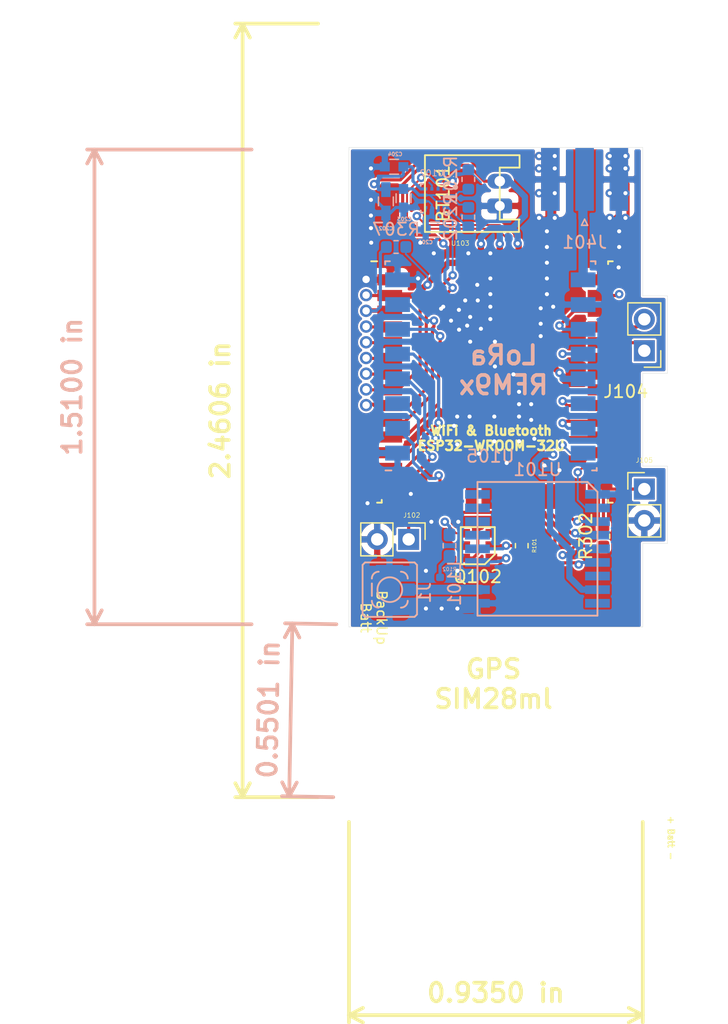
<source format=kicad_pcb>
(kicad_pcb (version 20171130) (host pcbnew 5.0.2+dfsg1-1~bpo9+1)
  (title_block (title "Cowbell ") (date 2019-04-11) (rev v0.4))
  (layers (0 F.Cu signal) (31 B.Cu signal) (34 B.Paste user) (35 F.Paste user) (36 B.SilkS user) (37 F.SilkS user) (38 B.Mask user) (39 F.Mask user) (44 Edge.Cuts user))
  (net 0 "")
  (net 1 GND)
  (net 2 "Net-(U101-Pad15)")
  (net 3 "Net-(U101-Pad16)")
  (net 4 "Net-(U101-Pad17)")
  (net 5 "Net-(U101-Pad7)")
  (net 6 "Net-(U101-Pad18)")
  (net 7 "Net-(U101-Pad5)")
  (net 8 Tx0)
  (net 9 Rx0)
  (net 10 +3V3)
  (net 11 SCL)
  (net 12 SDA)
  (net 13 "Net-(U103-Pad32)")
  (net 14 "Net-(U103-Pad22)")
  (net 15 "Net-(U103-Pad21)")
  (net 16 "Net-(U103-Pad20)")
  (net 17 "Net-(U103-Pad19)")
  (net 18 "Net-(U103-Pad18)")
  (net 19 "Net-(U103-Pad17)")
  (net 20 "Net-(U103-Pad16)")
  (net 21 "Net-(U103-Pad14)")
  (net 22 "Net-(U103-Pad5)")
  (net 23 "Net-(U103-Pad4)")
  (net 24 "Net-(J1-Pad1)")
  (net 25 "Net-(C201-Pad1)")
  (net 26 Int_MAG)
  (net 27 DRDY_MAG)
  (net 28 Timepulse)
  (net 29 Int_XL)
  (net 30 "Net-(J104-Pad2)")
  (net 31 "Net-(J104-Pad1)")
  (net 32 "Net-(J105-Pad1)")
  (net 33 /VccGPS_backup)
  (net 34 "Net-(R307-Pad2)")
  (net 35 "Net-(J401-Pad1)")
  (net 36 "Net-(U101-Pad9)")
  (net 37 "Net-(L101-Pad2)")
  (net 38 "Net-(Q102-Pad1)")
  (net 39 "Net-(Q102-Pad2)")
  (net 40 "Net-(Q102-Pad4)")
  (net 41 "Net-(Q102-Pad3)")
  (net 42 /DIO2)
  (net 43 /DIO1)
  (net 44 /DIO0)
  (net 45 /DIO4)
  (net 46 /DIO3)
  (net 47 /DIO5)
  (net 48 /Rest5)
  (net 49 "Net-(U103-Pad12)")
  (net 50 "Net-(U103-Pad13)")
  (net 51 GNDN0)
  (net 52 GNDN1)
  (net 53 GNDN2)
  (module Emborg:SIM28ML (layer B.Cu) (at 130.44 57.734 270)
    (fp_text reference U101 (at -6.4 0 180) (layer B.SilkS) (effects (justify mirror)))
    (fp_text value SIM28ML)
    (pad 9 smd rect (at 4.4 -4.85 270) (size 0.7 2) (layers B.Cu B.Paste B.Mask) (net 36 "Net-(U101-Pad9)"))
    (pad 10 smd rect (at 4.4 4.85 270) (size 0.7 2) (layers B.Cu B.Paste B.Mask) (net 1 GND))
    (pad 8 smd rect (at 3.3 -4.85 270) (size 0.7 2) (layers B.Cu B.Paste B.Mask) (net 10 +3V3))
    (pad 11 smd rect (at 3.3 4.85 270) (size 0.7 2) (layers B.Cu B.Paste B.Mask) (net 24 "Net-(J1-Pad1)"))
    (pad 7 smd rect (at 2.2 -4.85 270) (size 0.7 2) (layers B.Cu B.Paste B.Mask) (net 5 "Net-(U101-Pad7)"))
    (pad 12 smd rect (at 2.2 4.85 270) (size 0.7 2) (layers B.Cu B.Paste B.Mask) (net 1 GND))
    (pad 6 smd rect (at 1.1 -4.85 270) (size 0.7 2) (layers B.Cu B.Paste B.Mask) (net 33 /VccGPS_backup))
    (pad 13 smd rect (at 1.1 4.85 270) (size 0.7 2) (layers B.Cu B.Paste B.Mask) (net 38 "Net-(Q102-Pad1)"))
    (pad 5 smd rect (at 0 -4.85 270) (size 0.7 2) (layers B.Cu B.Paste B.Mask) (net 7 "Net-(U101-Pad5)"))
    (pad 14 smd rect (at 0 4.85 270) (size 0.7 2) (layers B.Cu B.Paste B.Mask) (net 39 "Net-(Q102-Pad2)"))
    (pad 4 smd rect (at -1.1 -4.85 270) (size 0.7 2) (layers B.Cu B.Paste B.Mask) (net 28 Timepulse))
    (pad 15 smd rect (at -1.1 4.85 270) (size 0.7 2) (layers B.Cu B.Paste B.Mask) (net 2 "Net-(U101-Pad15)"))
    (pad 3 smd rect (at -2.2 -4.85 270) (size 0.7 2) (layers B.Cu B.Paste B.Mask) (net 9 Rx0))
    (pad 16 smd rect (at -2.2 4.85 270) (size 0.7 2) (layers B.Cu B.Paste B.Mask) (net 3 "Net-(U101-Pad16)"))
    (pad 2 smd rect (at -3.3 -4.85 270) (size 0.7 2) (layers B.Cu B.Paste B.Mask) (net 8 Tx0))
    (pad 17 smd rect (at -3.3 4.85 270) (size 0.7 2) (layers B.Cu B.Paste B.Mask) (net 4 "Net-(U101-Pad17)"))
    (pad 1 smd rect (at -4.4 -4.85 270) (size 0.7 2) (layers B.Cu B.Paste B.Mask) (net 1 GND))
    (pad 18 smd rect (at -4.4 4.85 270) (size 0.7 2) (layers B.Cu B.Paste B.Mask) (net 6 "Net-(U101-Pad18)"))
  )
  (module Emborg:RFM95 (layer B.Cu) (at 126.63 43.002)
    (fp_text reference U105 (at 0 7.25) (layer B.SilkS) (effects (justify mirror)))
    (fp_text value RFM9x)
    (pad 16 smd rect (at 7.5 7 90) (size 1.2 2) (layers B.Cu B.Paste B.Mask) (net 42 /DIO2))
    (pad 15 smd rect (at 7.5 5 270) (size 1.2 2) (layers B.Cu B.Paste B.Mask) (net 43 /DIO1))
    (pad 14 smd rect (at 7.5 3 270) (size 1.2 2) (layers B.Cu B.Paste B.Mask) (net 44 /DIO0))
    (pad 13 smd rect (at 7.5 1 270) (size 1.2 2) (layers B.Cu B.Paste B.Mask) (net 10 +3V3))
    (pad 12 smd rect (at 7.5 -1 270) (size 1.2 2) (layers B.Cu B.Paste B.Mask) (net 45 /DIO4))
    (pad 11 smd rect (at 7.5 -3 270) (size 1.2 2) (layers B.Cu B.Paste B.Mask) (net 46 /DIO3))
    (pad 10 smd rect (at 7.5 -5 270) (size 1.2 2) (layers B.Cu B.Paste B.Mask) (net 1 GND))
    (pad 9 smd rect (at 7.5 -7 270) (size 1.2 2) (layers B.Cu B.Paste B.Mask) (net 35 "Net-(J401-Pad1)"))
    (pad 8 smd rect (at -7.5 -7 270) (size 1.2 2) (layers B.Cu B.Paste B.Mask) (net 1 GND))
    (pad 7 smd rect (at -7.5 -5 270) (size 1.2 2) (layers B.Cu B.Paste B.Mask) (net 47 /DIO5))
    (pad 6 smd rect (at -7.5 -3 270) (size 1.2 2) (layers B.Cu B.Paste B.Mask) (net 48 /Rest5))
    (pad 5 smd rect (at -7.5 -1 270) (size 1.2 2) (layers B.Cu B.Paste B.Mask) (net 49 "Net-(U103-Pad12)"))
    (pad 4 smd rect (at -7.5 1 270) (size 1.2 2) (layers B.Cu B.Paste B.Mask) (net 50 "Net-(U103-Pad13)"))
    (pad 3 smd rect (at -7.5 3 270) (size 1.2 2) (layers B.Cu B.Paste B.Mask) (net 21 "Net-(U103-Pad14)"))
    (pad 2 smd rect (at -7.5 5 270) (size 1.2 2) (layers B.Cu B.Paste B.Mask) (net 20 "Net-(U103-Pad16)"))
    (pad 1 smd rect (at -7.5 7 270) (size 1.2 2) (layers B.Cu B.Paste B.Mask) (net 1 GND))
  )
  (module Emborg:DMG6601LVT (layer F.Cu) (at 125.614 57.48 90)
    (fp_text reference Q102 (at -2.5 0 180) (layer F.SilkS))
    (fp_text value DMG6601LVT)
    (pad 6 smd rect (at -1 -1.1 90) (size 0.7 0.95) (layers F.Cu F.Paste F.Mask) (net 41 "Net-(Q102-Pad3)"))
    (pad 1 smd rect (at -1 1.1 90) (size 0.7 0.95) (layers F.Cu F.Paste F.Mask) (net 38 "Net-(Q102-Pad1)"))
    (pad 5 smd rect (at 0 -1.1 90) (size 0.7 0.95) (layers F.Cu F.Paste F.Mask) (net 1 GND))
    (pad 2 smd rect (at 0 1.1 90) (size 0.7 0.95) (layers F.Cu F.Paste F.Mask) (net 39 "Net-(Q102-Pad2)"))
    (pad 4 smd rect (at 1 -1.1 90) (size 0.7 0.95) (layers F.Cu F.Paste F.Mask) (net 40 "Net-(Q102-Pad4)"))
    (pad 3 smd rect (at 1 1.1 90) (size 0.7 0.95) (layers F.Cu F.Paste F.Mask) (net 41 "Net-(Q102-Pad3)"))
  )
  (module Resistor_SMD:R_0603_1608Metric_Pad1.05x0.95mm_HandSolder (layer F.Cu) (at 129.17 57.48 90)
    (fp_text reference R101 (at 0 1.016 90) (layer F.SilkS) (effects (font (size 0.3 0.3) (thickness 0.05))))
    (fp_text value 10k)
    (pad 2 smd roundrect (at 0.875 0 90) (size 1.05 0.95) (layers F.Cu F.Paste F.Mask) (net 41 "Net-(Q102-Pad3)"))
    (pad 1 smd roundrect (at -0.875 0 90) (size 1.05 0.95) (layers F.Cu F.Paste F.Mask) (net 39 "Net-(Q102-Pad2)"))
  )
  (module Emborg:u.fl (layer B.Cu) (at 118.502 61.034 90)
    (fp_text reference J1 (at -0.254 2.794 90) (layer B.SilkS) (effects (justify mirror)))
    (fp_text value Conn_Coaxial)
    (pad 1 smd rect (at 0 1.5 90) (size 1 1.05) (layers B.Cu B.Paste B.Mask) (net 24 "Net-(J1-Pad1)"))
    (pad 2 smd rect (at -1.475 -0.025 90) (size 1.05 2.2) (layers B.Cu B.Paste B.Mask) (net 1 GND))
    (pad 2 smd rect (at 1.475 -0.025 90) (size 1.05 2.2) (layers B.Cu B.Paste B.Mask) (net 1 GND))
  )
  (module Inductor_SMD:L_0402_1005Metric (layer B.Cu) (at 122.566 60.528 90)
    (fp_text reference L101 (at 0 1.17 90) (layer B.SilkS) (effects (justify mirror)))
    (fp_text value >27nH)
    (pad 2 smd roundrect (at 0.485 0 90) (size 0.59 0.64) (layers B.Cu B.Paste B.Mask) (net 37 "Net-(L101-Pad2)"))
    (pad 1 smd roundrect (at -0.485 0 90) (size 0.59 0.64) (layers B.Cu B.Paste B.Mask) (net 24 "Net-(J1-Pad1)"))
  )
  (module Resistor_SMD:R_0603_1608Metric_Pad1.05x0.95mm_HandSolder (layer B.Cu) (at 123.328 57.48 90)
    (fp_text reference R102 (at -1.905 0 -180) (layer B.SilkS) (effects (font (size 0.3 0.3) (thickness 0.05)) (justify mirror)))
    (fp_text value 10ohm)
    (pad 2 smd roundrect (at 0.875 0 90) (size 1.05 0.95) (layers B.Cu B.Paste B.Mask) (net 40 "Net-(Q102-Pad4)"))
    (pad 1 smd roundrect (at -0.875 0 90) (size 1.05 0.95) (layers B.Cu B.Paste B.Mask) (net 37 "Net-(L101-Pad2)"))
  )
  (module Resistor_SMD:R_0603_1608Metric (layer B.Cu) (at 124.852 27.889 270)
    (fp_text reference R201 (at 0 1.43 270) (layer B.SilkS) (effects (justify mirror)))
    (fp_text value 2k2)
    (pad 2 smd roundrect (at 0.7875 0 270) (size 0.875 0.95) (layers B.Cu B.Paste B.Mask) (net 10 +3V3))
    (pad 1 smd roundrect (at -0.7875 0 270) (size 0.875 0.95) (layers B.Cu B.Paste B.Mask) (net 11 SCL))
  )
  (module Resistor_SMD:R_0603_1608Metric (layer B.Cu) (at 124.852 30.937 270)
    (fp_text reference R202 (at 0 1.43 270) (layer B.SilkS) (effects (justify mirror)))
    (fp_text value 2k2)
    (pad 2 smd roundrect (at 0.7875 0 270) (size 0.875 0.95) (layers B.Cu B.Paste B.Mask) (net 12 SDA))
    (pad 1 smd roundrect (at -0.7875 0 270) (size 0.875 0.95) (layers B.Cu B.Paste B.Mask) (net 10 +3V3))
  )
  (module Resistor_SMD:R_0603_1608Metric (layer F.Cu) (at 135.774 56.718 90)
    (fp_text reference R302 (at 0 -1.43 90) (layer F.SilkS))
    (fp_text value 2k2)
    (pad 2 smd roundrect (at 0.7875 0 90) (size 0.875 0.95) (layers F.Cu F.Paste F.Mask) (net 32 "Net-(J105-Pad1)"))
    (pad 1 smd roundrect (at -0.7875 0 90) (size 0.875 0.95) (layers F.Cu F.Paste F.Mask) (net 10 +3V3))
  )
  (module Resistor_SMD:R_0603_1608Metric (layer B.Cu) (at 119.01 33.35 180)
    (fp_text reference R307 (at 0 1.43 180) (layer B.SilkS) (effects (justify mirror)))
    (fp_text value 2k2)
    (pad 2 smd roundrect (at 0.7875 0 180) (size 0.875 0.95) (layers B.Cu B.Paste B.Mask) (net 34 "Net-(R307-Pad2)"))
    (pad 1 smd roundrect (at -0.7875 0 180) (size 0.875 0.95) (layers B.Cu B.Paste B.Mask) (net 10 +3V3))
  )
  (module Emborg:SMA_EdgeMount (layer B.Cu) (at 134.25 27.889 90)
    (fp_text reference J401 (at -5.08 0) (layer B.SilkS) (effects (justify mirror)))
    (fp_text value Conn_Coaxial)
    (pad 1 smd rect (at 0 0) (size 1.5 5.08) (layers B.Cu B.Paste B.Mask) (net 35 "Net-(J401-Pad1)"))
    (pad 2 smd rect (at 0 2.77) (size 1.5 5.08) (layers B.Cu B.Paste B.Mask) (net 1 GND))
    (pad 2 smd rect (at 0 -2.77) (size 1.5 5.08) (layers B.Cu B.Paste B.Mask) (net 1 GND))
    (pad 2 smd rect (at 0 2.77) (size 1.5 5.08) (layers F.Cu F.Paste F.Mask) (net 1 GND))
    (pad 2 smd rect (at 0 -2.77) (size 1.5 5.08) (layers F.Cu F.Paste F.Mask) (net 1 GND))
  )
  (module Emborg:batt_Connector (layer F.Cu) (at 127.392 29.032 90)
    (fp_text reference BT101 (at 0 -4.572 90) (layer F.SilkS))
    (fp_text value Battery_Cell)
    (pad 1 thru_hole oval (at 1 0 90) (size 1.2 2) (drill 0.85) (layers *.Cu *.Mask) (net 10 +3V3))
    (pad 2 thru_hole roundrect (at -1 0 90) (size 1.2 2) (drill 0.805) (layers *.Cu *.Mask) (net 1 GND))
  )
  (module Emborg:QFN-12_2x2_lsm303c (layer B.Cu) (at 122.152 29.408 180)
    (fp_text reference U102 (at 0.254 2.032 180) (layer B.SilkS) (effects (font (size 0.5 0.5) (thickness 0.075)) (justify mirror)))
    (fp_text value LSM303C)
    (pad 12 smd rect (at -0.25 0.75 180) (size 0.25 0.275) (layers B.Cu B.Paste B.Mask) (net 29 Int_XL))
    (pad 11 smd rect (at 0.25 0.75 180) (size 0.25 0.275) (layers B.Cu B.Paste B.Mask) (net 27 DRDY_MAG))
    (pad 10 smd rect (at 0.75 0.75 90) (size 0.25 0.275) (layers B.Cu B.Paste B.Mask) (net 10 +3V3))
    (pad 9 smd rect (at 0.75 0.25 90) (size 0.25 0.275) (layers B.Cu B.Paste B.Mask) (net 10 +3V3))
    (pad 8 smd rect (at 0.75 -0.25 90) (size 0.25 0.275) (layers B.Cu B.Paste B.Mask) (net 1 GND))
    (pad 7 smd rect (at 0.75 -0.75 90) (size 0.25 0.275) (layers B.Cu B.Paste B.Mask) (net 26 Int_MAG))
    (pad 6 smd rect (at 0.25 -0.75 180) (size 0.25 0.275) (layers B.Cu B.Paste B.Mask) (net 1 GND))
    (pad 5 smd rect (at -0.25 -0.75 180) (size 0.25 0.275) (layers B.Cu B.Paste B.Mask) (net 25 "Net-(C201-Pad1)"))
    (pad 4 smd rect (at -0.75 -0.75 90) (size 0.25 0.275) (layers B.Cu B.Paste B.Mask) (net 12 SDA))
    (pad 3 smd rect (at -0.75 -0.25 90) (size 0.25 0.275) (layers B.Cu B.Paste B.Mask) (net 10 +3V3))
    (pad 2 smd rect (at -0.75 0.25 90) (size 0.25 0.275) (layers B.Cu B.Paste B.Mask) (net 10 +3V3))
    (pad 1 smd rect (at -0.75 0.75 90) (size 0.25 0.275) (layers B.Cu B.Paste B.Mask) (net 11 SCL))
  )
  (module Emborg:SP32-WROOM-32U (layer F.Cu) (at 127 44.255)
    (fp_text reference U103 (at -2.8 -11.205) (layer F.SilkS) (effects (font (size 0.381 0.381) (thickness 0.0508))))
    (fp_text value ESP32-WROOM-32)
    (pad 1 smd rect (at -8.5 -8.255 90) (size 0.9 2) (layers F.Cu F.Paste F.Mask) (net 1 GND))
    (pad 2 smd rect (at -8.5 -6.985 90) (size 0.9 2) (layers F.Cu F.Paste F.Mask) (net 10 +3V3))
    (pad 3 smd rect (at -8.5 -5.715 90) (size 0.9 2) (layers F.Cu F.Paste F.Mask) (net 34 "Net-(R307-Pad2)"))
    (pad 4 smd rect (at -8.5 -4.445 90) (size 0.9 2) (layers F.Cu F.Paste F.Mask) (net 23 "Net-(U103-Pad4)"))
    (pad 5 smd rect (at -8.5 -3.175 90) (size 0.9 2) (layers F.Cu F.Paste F.Mask) (net 22 "Net-(U103-Pad5)"))
    (pad 6 smd rect (at -8.5 -1.905 90) (size 0.9 2) (layers F.Cu F.Paste F.Mask) (net 51 GNDN0))
    (pad 7 smd rect (at -8.5 -0.635 90) (size 0.9 2) (layers F.Cu F.Paste F.Mask) (net 52 GNDN1))
    (pad 8 smd rect (at -8.5 0.635 90) (size 0.9 2) (layers F.Cu F.Paste F.Mask) (net 12 SDA))
    (pad 9 smd rect (at -8.5 1.905 90) (size 0.9 2) (layers F.Cu F.Paste F.Mask) (net 11 SCL))
    (pad 10 smd rect (at -8.5 3.175 90) (size 0.9 2) (layers F.Cu F.Paste F.Mask) (net 47 /DIO5))
    (pad 11 smd rect (at -8.5 4.445 90) (size 0.9 2) (layers F.Cu F.Paste F.Mask) (net 48 /Rest5))
    (pad 12 smd rect (at -8.5 5.715 90) (size 0.9 2) (layers F.Cu F.Paste F.Mask) (net 49 "Net-(U103-Pad12)"))
    (pad 13 smd rect (at -8.5 6.985 90) (size 0.9 2) (layers F.Cu F.Paste F.Mask) (net 50 "Net-(U103-Pad13)"))
    (pad 14 smd rect (at -8.5 8.255 90) (size 0.9 2) (layers F.Cu F.Paste F.Mask) (net 21 "Net-(U103-Pad14)"))
    (pad 15 smd rect (at -5.715 9.255) (size 0.9 2) (layers F.Cu F.Paste F.Mask) (net 1 GND))
    (pad 16 smd rect (at -4.445 9.255) (size 0.9 2) (layers F.Cu F.Paste F.Mask) (net 20 "Net-(U103-Pad16)"))
    (pad 17 smd rect (at -3.175 9.255) (size 0.9 2) (layers F.Cu F.Paste F.Mask) (net 19 "Net-(U103-Pad17)"))
    (pad 18 smd rect (at -1.905 9.255) (size 0.9 2) (layers F.Cu F.Paste F.Mask) (net 18 "Net-(U103-Pad18)"))
    (pad 19 smd rect (at -0.635 9.255) (size 0.9 2) (layers F.Cu F.Paste F.Mask) (net 17 "Net-(U103-Pad19)"))
    (pad 20 smd rect (at 0.635 9.255) (size 0.9 2) (layers F.Cu F.Paste F.Mask) (net 16 "Net-(U103-Pad20)"))
    (pad 21 smd rect (at 1.905 9.255) (size 0.9 2) (layers F.Cu F.Paste F.Mask) (net 15 "Net-(U103-Pad21)"))
    (pad 22 smd rect (at 3.175 9.255) (size 0.9 2) (layers F.Cu F.Paste F.Mask) (net 14 "Net-(U103-Pad22)"))
    (pad 23 smd rect (at 4.445 9.255) (size 0.9 2) (layers F.Cu F.Paste F.Mask) (net 28 Timepulse))
    (pad 24 smd rect (at 5.715 9.255) (size 0.9 2) (layers F.Cu F.Paste F.Mask) (net 9 Rx0))
    (pad 25 smd rect (at 8.5 8.255 90) (size 0.9 2) (layers F.Cu F.Paste F.Mask) (net 32 "Net-(J105-Pad1)"))
    (pad 26 smd rect (at 8.5 6.985 90) (size 0.9 2) (layers F.Cu F.Paste F.Mask) (net 8 Tx0))
    (pad 27 smd rect (at 8.5 5.715 90) (size 0.9 2) (layers F.Cu F.Paste F.Mask) (net 42 /DIO2))
    (pad 28 smd rect (at 8.5 4.445 90) (size 0.9 2) (layers F.Cu F.Paste F.Mask) (net 29 Int_XL))
    (pad 29 smd rect (at 8.5 3.175 90) (size 0.9 2) (layers F.Cu F.Paste F.Mask) (net 43 /DIO1))
    (pad 30 smd rect (at 8.5 1.905 90) (size 0.9 2) (layers F.Cu F.Paste F.Mask) (net 44 /DIO0))
    (pad 31 smd rect (at 8.5 0.635 90) (size 0.9 2) (layers F.Cu F.Paste F.Mask) (net 26 Int_MAG))
    (pad 32 smd rect (at 8.5 -0.635 90) (size 0.9 2) (layers F.Cu F.Paste F.Mask) (net 13 "Net-(U103-Pad32)"))
    (pad 33 smd rect (at 8.5 -1.905 90) (size 0.9 2) (layers F.Cu F.Paste F.Mask) (net 45 /DIO4))
    (pad 34 smd rect (at 8.5 -3.175 90) (size 0.9 2) (layers F.Cu F.Paste F.Mask) (net 31 "Net-(J104-Pad1)"))
    (pad 35 smd rect (at 8.5 -4.445 90) (size 0.9 2) (layers F.Cu F.Paste F.Mask) (net 30 "Net-(J104-Pad2)"))
    (pad 36 smd rect (at 8.5 -5.715 90) (size 0.9 2) (layers F.Cu F.Paste F.Mask) (net 46 /DIO3))
    (pad 37 smd rect (at 8.5 -6.985 90) (size 0.9 2) (layers F.Cu F.Paste F.Mask) (net 53 GNDN2))
    (pad 38 smd rect (at 8.5 -8.255 90) (size 0.9 2) (layers F.Cu F.Paste F.Mask) (net 1 GND))
    (pad 39 smd rect (at -1.5 -0.755) (size 5 5) (layers F.Cu F.Paste F.Mask) (net 1 GND))
  )
  (module Pin_Headers:Pin_Header_Straight_1x02_Pitch2.54mm (layer F.Cu) (at 139.076 52.908)
    (fp_text reference J105 (at 0 -2.33) (layer F.SilkS) (effects (font (size 0.381 0.381) (thickness 0.0508))))
    (fp_text value Conn_01x02_Male)
    (pad 2 thru_hole oval (at 0 2.54) (size 1.7 1.7) (drill 1) (layers *.Cu *.Mask) (net 1 GND))
    (pad 1 thru_hole rect (at 0 0) (size 1.7 1.7) (drill 1) (layers *.Cu *.Mask) (net 32 "Net-(J105-Pad1)"))
  )
  (module Pin_Headers:Pin_Header_Straight_1x02_Pitch2.54mm (layer F.Cu) (at 120.026 56.972 270)
    (fp_text reference J102 (at -1.95 -0.25 180) (layer F.SilkS) (effects (font (size 0.381 0.381) (thickness 0.0508))))
    (fp_text value Conn_01x02_Male)
    (pad 2 thru_hole oval (at 0 2.54 270) (size 1.7 1.7) (drill 1) (layers *.Cu *.Mask) (net 1 GND))
    (pad 1 thru_hole rect (at 0 0 270) (size 1.7 1.7) (drill 1) (layers *.Cu *.Mask) (net 33 /VccGPS_backup))
  )
  (module Capacitors_SMD:C_0603 (layer B.Cu) (at 122.152 31.948 180)
    (fp_text reference C201 (at 0.762 -1.016) (layer B.SilkS) (effects (font (size 0.3 0.3) (thickness 0.075)) (justify mirror)))
    (fp_text value 0.1µF)
    (pad 2 smd rect (at 0.75 0 180) (size 0.8 0.75) (layers B.Cu B.Paste B.Mask) (net 1 GND))
    (pad 1 smd rect (at -0.75 0 180) (size 0.8 0.75) (layers B.Cu B.Paste B.Mask) (net 25 "Net-(C201-Pad1)"))
  )
  (module Capacitors_SMD:C_0603 (layer B.Cu) (at 118.85 26.868 180)
    (fp_text reference C204 (at -0.086 1.018 180) (layer B.SilkS) (effects (font (size 0.3 0.3) (thickness 0.075)) (justify mirror)))
    (fp_text value 0.1µF)
    (pad 1 smd rect (at -0.75 0 180) (size 0.8 0.75) (layers B.Cu B.Paste B.Mask) (net 10 +3V3))
    (pad 2 smd rect (at 0.75 0 180) (size 0.8 0.75) (layers B.Cu B.Paste B.Mask) (net 1 GND))
  )
  (module Capacitors_SMD:C_0603 (layer B.Cu) (at 119.612 29.408 270)
    (fp_text reference C203 (at 1.692 -0.074) (layer B.SilkS) (effects (font (size 0.3 0.3) (thickness 0.075)) (justify mirror)))
    (fp_text value 0.1µF)
    (pad 1 smd rect (at -0.75 0 270) (size 0.8 0.75) (layers B.Cu B.Paste B.Mask) (net 10 +3V3))
    (pad 2 smd rect (at 0.75 0 270) (size 0.8 0.75) (layers B.Cu B.Paste B.Mask) (net 1 GND))
  )
  (module Capacitors_SMD:C_0603_HandSoldering (layer B.Cu) (at 118.186 29.662 270)
    (fp_text reference C202 (at 2.188 0) (layer B.SilkS) (effects (font (size 0.3 0.3) (thickness 0.075)) (justify mirror)))
    (fp_text value 10µF)
    (pad 2 smd rect (at 0.95 0 270) (size 1.2 0.75) (layers B.Cu B.Paste B.Mask) (net 1 GND))
    (pad 1 smd rect (at -0.95 0 270) (size 1.2 0.75) (layers B.Cu B.Paste B.Mask) (net 10 +3V3))
  )
  (module Pin_Headers:Pin_Header_Straight_1x02_Pitch2.54mm (layer F.Cu) (at 139.076 41.732 180)
    (fp_text reference J104 (at 1.5 -3.294 180) (layer F.SilkS))
    (fp_text value Conn_01x02_Male)
    (pad 1 thru_hole rect (at 0 0 180) (size 1.7 1.7) (drill 1) (layers *.Cu *.Mask) (net 31 "Net-(J104-Pad1)"))
    (pad 2 thru_hole oval (at 0 2.54 180) (size 1.7 1.7) (drill 1) (layers *.Cu *.Mask) (net 30 "Net-(J104-Pad2)"))
  )
  (gr_line (start 138.95 37.3) (end 138.95 25.3) (layer Edge.Cuts) (width 0.0254))
  (gr_line (start 138.95 37.3) (end 140.95 37.3) (layer Edge.Cuts) (width 0.0254))
  (gr_line (start 140.95 43.55) (end 140.95 37.3) (layer Edge.Cuts) (width 0.0254))
  (gr_line (start 138.95 51.05) (end 138.95 43.55) (layer Edge.Cuts) (width 0.0254))
  (gr_line (start 140.95 51.05) (end 138.95 51.05) (layer Edge.Cuts) (width 0.0254))
  (gr_line (start 140.95 57.3) (end 140.95 51.05) (layer Edge.Cuts) (width 0.0254))
  (gr_line (start 138.95 57.3) (end 140.95 57.3) (layer Edge.Cuts) (width 0.0254))
  (gr_line (start 138.95 43.55) (end 140.95 43.55) (layer Edge.Cuts) (width 0.0254))
  (dimension 13.972309 (width 0.3) (layer B.SilkS) (gr_text "13.972 mm" (at 108.397906 70.712107 88.95837332) (layer B.SilkS) (effects (font (size 1.5 1.5) (thickness 0.3)))) (feature1 (pts (xy 114.184 63.83) (xy 110.038235 63.754622))) (feature2 (pts (xy 113.93 77.8) (xy 109.784235 77.724622))) (crossbar (pts (xy 110.370559 77.735283) (xy 110.624559 63.765283))) (arrow1a (pts (xy 110.624559 63.765283) (xy 111.190404 64.902261))) (arrow1b (pts (xy 110.624559 63.765283) (xy 110.017757 64.88094))) (arrow2a (pts (xy 110.370559 77.735283) (xy 110.977361 76.619626))) (arrow2b (pts (xy 110.370559 77.735283) (xy 109.804714 76.598305))))
  (dimension 38.354 (width 0.3) (layer B.SilkS) (gr_text "38.354 mm" (at 92.526 44.653 90) (layer B.SilkS) (effects (font (size 1.5 1.5) (thickness 0.3)))) (feature1 (pts (xy 107.326 25.476) (xy 94.039579 25.476))) (feature2 (pts (xy 107.326 63.83) (xy 94.039579 63.83))) (crossbar (pts (xy 94.626 63.83) (xy 94.626 25.476))) (arrow1a (pts (xy 94.626 25.476) (xy 95.212421 26.602504))) (arrow1b (pts (xy 94.626 25.476) (xy 94.039579 26.602504))) (arrow2a (pts (xy 94.626 63.83) (xy 95.212421 62.703496))) (arrow2b (pts (xy 94.626 63.83) (xy 94.039579 62.703496))))
  (gr_text "+ Batt -" (at 141.235 81.102 270) (layer F.SilkS) (effects (font (size 0.5 0.5) (thickness 0.125))))
  (gr_text "BackUp\nBatt" (at 117.2 63.3 270) (layer F.SilkS) (effects (font (size 0.8 0.8) (thickness 0.125))))
  (gr_text "GPS\nSIM28ml" (at 126.884 68.656) (layer F.SilkS) (effects (font (size 1.5 1.5) (thickness 0.3))))
  (gr_text "WiFi & Bluetooth\nESP32-WROOM-32U" (at 126.7 48.8) (layer F.SilkS) (effects (font (size 0.762 0.762) (thickness 0.1905))))
  (gr_text "LoRa\nRFM9x\n" (at 127.7 43.3) (layer B.SilkS) (effects (font (size 1.5 1.5) (thickness 0.3)) (justify mirror)))
  (gr_line (start 115.2 25.3) (end 115.2 64.05) (layer Edge.Cuts) (width 0.0254))
  (gr_line (start 132.7 25.3) (end 115.2 25.3) (layer Edge.Cuts) (width 0.0254))
  (gr_line (start 133.7 25.3) (end 132.7 25.3) (layer Edge.Cuts) (width 0.0254))
  (gr_line (start 138.95 25.3) (end 133.7 25.3) (layer Edge.Cuts) (width 0.0254))
  (gr_line (start 138.95 64.05) (end 138.95 57.3) (layer Edge.Cuts) (width 0.0254))
  (gr_line (start 115.2 64.05) (end 138.95 64.05) (layer Edge.Cuts) (width 0.0254))
  (dimension 23.75 (width 0.3) (layer F.SilkS) (gr_text "23.750 mm" (at 127.075 97.509791) (layer F.SilkS) (effects (font (size 1.5 1.5) (thickness 0.3)))) (feature1 (pts (xy 138.95 79.8) (xy 138.95 95.996212))) (feature2 (pts (xy 115.2 79.8) (xy 115.2 95.996212))) (crossbar (pts (xy 115.2 95.409791) (xy 138.95 95.409791))) (arrow1a (pts (xy 138.95 95.409791) (xy 137.823496 95.996212))) (arrow1b (pts (xy 138.95 95.409791) (xy 137.823496 94.82337))) (arrow2a (pts (xy 115.2 95.409791) (xy 116.326504 95.996212))) (arrow2b (pts (xy 115.2 95.409791) (xy 116.326504 94.82337))))
  (dimension 62.5 (width 0.3) (layer F.SilkS) (gr_text "62.500 mm" (at 104.500946 46.55 270) (layer F.SilkS) (effects (font (size 1.5 1.5) (thickness 0.3)))) (feature1 (pts (xy 112.7 77.8) (xy 106.014525 77.8))) (feature2 (pts (xy 112.7 15.3) (xy 106.014525 15.3))) (crossbar (pts (xy 106.600946 15.3) (xy 106.600946 77.8))) (arrow1a (pts (xy 106.600946 77.8) (xy 106.014525 76.673496))) (arrow1b (pts (xy 106.600946 77.8) (xy 107.187367 76.673496))) (arrow2a (pts (xy 106.600946 15.3) (xy 106.014525 16.426504))) (arrow2b (pts (xy 106.600946 15.3) (xy 107.187367 16.426504))))
  (via (at 131.837 31) (size 0.6858) (drill 0.3302) (layers F.Cu B.Cu) (net 1))
  (via (at 136.282 29) (size 0.6858) (drill 0.3302) (layers F.Cu B.Cu) (net 1))
  (via (at 136.282 27) (size 0.6858) (drill 0.3302) (layers F.Cu B.Cu) (net 1))
  (via (at 136.282 31) (size 0.6858) (drill 0.3302) (layers F.Cu B.Cu) (net 1))
  (via (at 130.567 31) (size 0.6858) (drill 0.3302) (layers F.Cu B.Cu) (net 1))
  (via (at 125 39) (size 0.6858) (drill 0.3302) (layers F.Cu B.Cu) (net 1))
  (via (at 130.7 38.3) (size 0.6858) (drill 0.3302) (layers F.Cu B.Cu) (net 1))
  (via (at 125.868 39.954) (size 0.6858) (drill 0.3302) (layers F.Cu B.Cu) (net 1))
  (via (at 130.7 40.55) (size 0.6858) (drill 0.3302) (layers F.Cu B.Cu) (net 1))
  (via (at 127 41) (size 0.6858) (drill 0.3302) (layers F.Cu B.Cu) (net 1))
  (via (at 125 41) (size 0.6858) (drill 0.3302) (layers F.Cu B.Cu) (net 1))
  (via (at 137 35) (size 0.6858) (drill 0.3302) (layers F.Cu B.Cu) (net 1))
  (via (at 126.63 38.176) (size 0.6858) (drill 0.3302) (layers F.Cu B.Cu) (net 1))
  (segment (start 121.402 29.658) (end 120.632 29.658) (width 0.254) (layer B.Cu) (net 1))
  (segment (start 120.241 30.158) (end 119.612 30.158) (width 0.254) (layer B.Cu) (net 1))
  (segment (start 120.632 29.767) (end 120.241 30.158) (width 0.254) (layer B.Cu) (net 1))
  (segment (start 120.632 29.658) (end 120.632 29.767) (width 0.254) (layer B.Cu) (net 1))
  (segment (start 121.902 30.158) (end 121.902 30.674) (width 0.254) (layer B.Cu) (net 1))
  (segment (start 121.402 31.174) (end 121.402 31.948) (width 0.254) (layer B.Cu) (net 1))
  (segment (start 121.902 30.674) (end 121.402 31.174) (width 0.254) (layer B.Cu) (net 1))
  (segment (start 121.902 29.92) (end 121.902 30.158) (width 0.1524) (layer B.Cu) (net 1))
  (segment (start 121.402 29.658) (end 121.64 29.658) (width 0.1524) (layer B.Cu) (net 1))
  (segment (start 121.64 29.658) (end 121.902 29.92) (width 0.1524) (layer B.Cu) (net 1))
  (via (at 130.7 39.55) (size 0.6858) (drill 0.3302) (layers F.Cu B.Cu) (net 1))
  (via (at 131.71 38.176) (size 0.6858) (drill 0.3302) (layers F.Cu B.Cu) (net 1))
  (via (at 127 43) (size 0.6858) (drill 0.3302) (layers F.Cu B.Cu) (net 1))
  (via (at 129.932 47.32) (size 0.6858) (drill 0.3302) (layers F.Cu B.Cu) (net 1))
  (via (at 132.218 51.384) (size 0.6858) (drill 0.3302) (layers F.Cu B.Cu) (net 1))
  (via (at 131 51) (size 0.6858) (drill 0.3302) (layers F.Cu B.Cu) (net 1))
  (segment (start 130.340999 30.895001) (end 130.717001 30.895001) (width 0.254) (layer F.Cu) (net 1))
  (segment (start 130.822 31) (end 131.382 31) (width 0.254) (layer F.Cu) (net 1))
  (segment (start 130.717001 30.895001) (end 130.822 31) (width 0.254) (layer F.Cu) (net 1))
  (segment (start 131.202 28.27) (end 131.202 33.034) (width 0.254) (layer F.Cu) (net 1))
  (via (at 116.7 54.05) (size 0.6858) (drill 0.3302) (layers F.Cu B.Cu) (net 1))
  (via (at 131.837 29) (size 0.6858) (drill 0.3302) (layers F.Cu B.Cu) (net 1))
  (via (at 131.837 27) (size 0.6858) (drill 0.3302) (layers F.Cu B.Cu) (net 1))
  (via (at 131.837 26) (size 0.6858) (drill 0.3302) (layers F.Cu B.Cu) (net 1))
  (via (at 136.282 26) (size 0.6858) (drill 0.3302) (layers F.Cu B.Cu) (net 1))
  (via (at 130.567 29) (size 0.6858) (drill 0.3302) (layers F.Cu B.Cu) (net 1))
  (via (at 130.567 27) (size 0.6858) (drill 0.3302) (layers F.Cu B.Cu) (net 1))
  (via (at 130.567 26) (size 0.6858) (drill 0.3302) (layers F.Cu B.Cu) (net 1))
  (via (at 124.09 38.43) (size 0.6858) (drill 0.3302) (layers F.Cu B.Cu) (net 1))
  (segment (start 120.745 54.05) (end 121.285 53.51) (width 0.508) (layer F.Cu) (net 1))
  (segment (start 116.7 54.05) (end 120.2 54.05) (width 0.508) (layer F.Cu) (net 1))
  (segment (start 120.2 54.05) (end 120.745 54.05) (width 0.508) (layer F.Cu) (net 1))
  (segment (start 135.5 36) (end 135.5 35.25) (width 0.254) (layer F.Cu) (net 1))
  (segment (start 135.75 35) (end 137 35) (width 0.254) (layer F.Cu) (net 1))
  (segment (start 135.5 35.25) (end 135.75 35) (width 0.254) (layer F.Cu) (net 1))
  (segment (start 118.5 35.5) (end 119 35) (width 0.254) (layer F.Cu) (net 1))
  (segment (start 118.5 36) (end 118.5 35.5) (width 0.254) (layer F.Cu) (net 1))
  (segment (start 137.762 28.252) (end 137.762 31.692) (width 0.254) (layer F.Cu) (net 1))
  (via (at 117 33) (size 0.6858) (drill 0.3302) (layers F.Cu B.Cu) (net 1))
  (via (at 137.552 31) (size 0.6858) (drill 0.3302) (layers F.Cu B.Cu) (net 1))
  (via (at 137.552 29) (size 0.6858) (drill 0.3302) (layers F.Cu B.Cu) (net 1))
  (via (at 137.552 27) (size 0.6858) (drill 0.3302) (layers F.Cu B.Cu) (net 1))
  (via (at 137.552 26) (size 0.6858) (drill 0.3302) (layers F.Cu B.Cu) (net 1))
  (via (at 130.186 48.844) (size 0.6858) (drill 0.3302) (layers F.Cu B.Cu) (net 1))
  (via (at 128.95 45.05) (size 0.6858) (drill 0.3302) (layers F.Cu B.Cu) (net 1))
  (via (at 128.95 47.05) (size 0.6858) (drill 0.3302) (layers F.Cu B.Cu) (net 1))
  (via (at 128.95 49.05) (size 0.6858) (drill 0.3302) (layers F.Cu B.Cu) (net 1))
  (via (at 126.95 49.05) (size 0.6858) (drill 0.3302) (layers F.Cu B.Cu) (net 1))
  (via (at 126.95 47.05) (size 0.6858) (drill 0.3302) (layers F.Cu B.Cu) (net 1))
  (via (at 124.95 47.05) (size 0.6858) (drill 0.3302) (layers F.Cu B.Cu) (net 1))
  (via (at 127.95 50.8) (size 0.6858) (drill 0.3302) (layers F.Cu B.Cu) (net 1))
  (via (at 123.95 49.3) (size 0.6858) (drill 0.3302) (layers F.Cu B.Cu) (net 1))
  (via (at 125.7 50.05) (size 0.6858) (drill 0.3302) (layers F.Cu B.Cu) (net 1))
  (via (at 120.2 53.3) (size 0.6858) (drill 0.3302) (layers F.Cu B.Cu) (net 1))
  (segment (start 130.567 26) (end 131.837 26) (width 0.254) (layer F.Cu) (net 1))
  (segment (start 130.567 27) (end 131.837 27) (width 0.254) (layer F.Cu) (net 1))
  (segment (start 130.567 29) (end 131.837 29) (width 0.254) (layer F.Cu) (net 1))
  (segment (start 131.342 28.505) (end 131.837 29) (width 0.254) (layer F.Cu) (net 1))
  (segment (start 131.342 27.972) (end 131.342 28.505) (width 0.254) (layer F.Cu) (net 1))
  (segment (start 131.837 31) (end 131.837 27) (width 0.254) (layer F.Cu) (net 1))
  (segment (start 136.648 31) (end 136.282 31) (width 0.254) (layer F.Cu) (net 1))
  (segment (start 136.882 30.766) (end 136.648 31) (width 0.254) (layer F.Cu) (net 1))
  (segment (start 136.882 27.972) (end 136.882 30.766) (width 0.254) (layer F.Cu) (net 1))
  (via (at 121.423 62.56) (size 0.6858) (drill 0.3302) (layers F.Cu B.Cu) (net 1))
  (via (at 123.963 62.56) (size 0.6858) (drill 0.3302) (layers F.Cu B.Cu) (net 1))
  (via (at 122.693 62.56) (size 0.6858) (drill 0.3302) (layers F.Cu B.Cu) (net 1))
  (segment (start 119.286 62.61) (end 118.548 62.61) (width 0.508) (layer B.Cu) (net 1))
  (segment (start 123.119958 62.405) (end 119.589 62.405) (width 0.508) (layer B.Cu) (net 1))
  (segment (start 125.844 62.134) (end 123.390958 62.134) (width 0.508) (layer B.Cu) (net 1))
  (segment (start 123.390958 62.134) (end 123.119958 62.405) (width 0.508) (layer B.Cu) (net 1))
  (segment (start 119.589 62.405) (end 119.286 62.61) (width 0.508) (layer B.Cu) (net 1))
  (via (at 121.423 59.512) (size 0.6858) (drill 0.3302) (layers F.Cu B.Cu) (net 1))
  (via (at 123.963 59.512) (size 0.6858) (drill 0.3302) (layers F.Cu B.Cu) (net 1))
  (segment (start 121.423 59.512) (end 121.296 59.639) (width 0.508) (layer B.Cu) (net 1))
  (segment (start 121.296 59.639) (end 118.557 59.639) (width 0.508) (layer B.Cu) (net 1))
  (segment (start 118.557 59.639) (end 118.477 59.559) (width 0.508) (layer B.Cu) (net 1))
  (segment (start 121.423 59.447652) (end 121.423 59.512) (width 0.508) (layer B.Cu) (net 1))
  (segment (start 124.385 59.934) (end 123.963 59.512) (width 0.508) (layer B.Cu) (net 1))
  (segment (start 125.844 59.934) (end 124.385 59.934) (width 0.508) (layer B.Cu) (net 1))
  (via (at 123.963 59.512) (size 0.6858) (drill 0.3302) (layers F.Cu B.Cu) (net 1))
  (segment (start 118.983 30.158) (end 119.612 30.158) (width 0.254) (layer B.Cu) (net 1))
  (segment (start 118.529 30.612) (end 118.983 30.158) (width 0.254) (layer B.Cu) (net 1))
  (segment (start 118.186 30.612) (end 118.529 30.612) (width 0.254) (layer B.Cu) (net 1))
  (segment (start 137.552 31) (end 136.282 31) (width 0.254) (layer F.Cu) (net 1))
  (segment (start 134.894 57.734) (end 135.544 57.734) (width 0.254) (layer B.Cu) (net 7))
  (segment (start 135.544 55.534) (end 133.656 55.534) (width 0.254) (layer B.Cu) (net 9))
  (segment (start 121.402 29.158) (end 120.882 29.158) (width 0.254) (layer B.Cu) (net 10))
  (segment (start 120.382 28.658) (end 119.612 28.658) (width 0.254) (layer B.Cu) (net 10))
  (segment (start 120.882 29.158) (end 120.382 28.658) (width 0.254) (layer B.Cu) (net 10))
  (segment (start 117.634 28.658) (end 117.58 28.712) (width 0.254) (layer B.Cu) (net 10))
  (segment (start 119.612 28.658) (end 117.634 28.658) (width 0.254) (layer B.Cu) (net 10))
  (segment (start 121.0105 28.658) (end 120.374 28.0215) (width 0.254) (layer B.Cu) (net 10))
  (segment (start 121.402 28.658) (end 121.0105 28.658) (width 0.254) (layer B.Cu) (net 10))
  (segment (start 120.374 26.988) (end 120.374 28.0215) (width 0.254) (layer B.Cu) (net 10))
  (segment (start 119.6 27.497) (end 119.467 27.63) (width 0.254) (layer B.Cu) (net 10))
  (segment (start 119.6 26.868) (end 119.6 27.497) (width 0.254) (layer B.Cu) (net 10))
  (segment (start 119.467 27.63) (end 117.58 27.63) (width 0.254) (layer B.Cu) (net 10))
  (segment (start 117.58 27.63) (end 117.58 28.712) (width 0.254) (layer B.Cu) (net 10))
  (segment (start 120.254 26.868) (end 119.6 26.868) (width 0.254) (layer B.Cu) (net 10))
  (segment (start 120.374 26.988) (end 120.254 26.868) (width 0.254) (layer B.Cu) (net 10))
  (segment (start 123.1919 29.658) (end 122.902 29.658) (width 0.1524) (layer B.Cu) (net 10))
  (segment (start 123.8196 29.658) (end 123.1919 29.658) (width 0.1524) (layer B.Cu) (net 10))
  (segment (start 124.0896 29.928) (end 123.8196 29.658) (width 0.1524) (layer B.Cu) (net 10))
  (segment (start 124.692 29.928) (end 124.0896 29.928) (width 0.1524) (layer B.Cu) (net 10))
  (segment (start 123.1919 29.158) (end 122.902 29.158) (width 0.1524) (layer B.Cu) (net 10))
  (segment (start 123.8196 29.158) (end 123.1919 29.158) (width 0.1524) (layer B.Cu) (net 10))
  (segment (start 124.0896 28.888) (end 123.8196 29.158) (width 0.1524) (layer B.Cu) (net 10))
  (segment (start 124.692 28.888) (end 124.0896 28.888) (width 0.1524) (layer B.Cu) (net 10))
  (segment (start 122.902 29.158) (end 121.898 29.158) (width 0.1524) (layer B.Cu) (net 10))
  (segment (start 121.686 29.158) (end 121.744 29.158) (width 0.1524) (layer B.Cu) (net 10))
  (segment (start 121.686 29.158) (end 121.898 29.158) (width 0.1524) (layer B.Cu) (net 10))
  (segment (start 121.402 29.158) (end 121.686 29.158) (width 0.1524) (layer B.Cu) (net 10))
  (segment (start 122.244 29.658) (end 122.902 29.658) (width 0.1524) (layer B.Cu) (net 10))
  (segment (start 121.744 29.158) (end 122.244 29.658) (width 0.1524) (layer B.Cu) (net 10))
  (segment (start 117.568 27.63) (end 117.58 27.63) (width 0.254) (layer B.Cu) (net 10))
  (segment (start 118.756 27.508) (end 118.756 27.63) (width 0.1524) (layer B.Cu) (net 10))
  (segment (start 134.515699 46.250699) (end 134.62 46.355) (width 0.508) (layer B.Cu) (net 44))
  (segment (start 119.6024 35.55) (end 119.2 35.55) (width 0.1524) (layer B.Cu) (net 1))
  (segment (start 135.694 38.002) (end 134.13 38.002) (width 0.254) (layer B.Cu) (net 1))
  (segment (start 136.282 37.414) (end 135.694 38.002) (width 0.254) (layer B.Cu) (net 1))
  (segment (start 136.282 31) (end 136.282 37.414) (width 0.254) (layer B.Cu) (net 1))
  (segment (start 132.179899 31.342899) (end 132.179899 37.629899) (width 0.254) (layer B.Cu) (net 1))
  (segment (start 131.837 31) (end 132.179899 31.342899) (width 0.254) (layer B.Cu) (net 1))
  (segment (start 132.552 38.002) (end 134.13 38.002) (width 0.254) (layer B.Cu) (net 1))
  (segment (start 132.179899 37.629899) (end 132.552 38.002) (width 0.254) (layer B.Cu) (net 1))
  (segment (start 136.282 35.218) (end 135.5 36) (width 0.254) (layer F.Cu) (net 1))
  (segment (start 136.282 31) (end 136.282 35.218) (width 0.254) (layer F.Cu) (net 1))
  (segment (start 132.179899 31.342899) (end 132.179899 35.851899) (width 0.254) (layer F.Cu) (net 1))
  (segment (start 131.837 31) (end 132.179899 31.342899) (width 0.254) (layer F.Cu) (net 1))
  (segment (start 132.328 36) (end 135.5 36) (width 0.254) (layer F.Cu) (net 1))
  (segment (start 132.179899 35.851899) (end 132.328 36) (width 0.254) (layer F.Cu) (net 1))
  (via (at 120.971024 33.002453) (size 0.6858) (drill 0.3302) (layers F.Cu B.Cu) (net 1))
  (via (at 124.101663 40.030131) (size 0.6858) (drill 0.3302) (layers F.Cu B.Cu) (net 1))
  (via (at 124.755251 39.701941) (size 0.6858) (drill 0.3302) (layers F.Cu B.Cu) (net 1))
  (via (at 126.63 39.171825) (size 0.6858) (drill 0.3302) (layers F.Cu B.Cu) (net 1))
  (via (at 128.95 46.05) (size 0.6858) (drill 0.3302) (layers F.Cu B.Cu) (net 1))
  (via (at 129.932 46.05) (size 0.6858) (drill 0.3302) (layers F.Cu B.Cu) (net 1))
  (via (at 128.494987 43.640672) (size 0.6858) (drill 0.3302) (layers F.Cu B.Cu) (net 1))
  (via (at 124.852 33.858) (size 0.6858) (drill 0.3302) (layers F.Cu B.Cu) (net 1))
  (via (at 126.63 33.858) (size 0.6858) (drill 0.3302) (layers F.Cu B.Cu) (net 1))
  (via (at 126.63 35.89) (size 0.6858) (drill 0.3302) (layers F.Cu B.Cu) (net 1))
  (via (at 120.788 35.89) (size 0.6858) (drill 0.3302) (layers F.Cu B.Cu) (net 1))
  (via (at 131.202 32.08) (size 0.6858) (drill 0.3302) (layers F.Cu B.Cu) (net 1))
  (via (at 131.202 33.35) (size 0.6858) (drill 0.3302) (layers F.Cu B.Cu) (net 1))
  (via (at 131.202 34.62) (size 0.6858) (drill 0.3302) (layers F.Cu B.Cu) (net 1))
  (via (at 131.202 35.89) (size 0.6858) (drill 0.3302) (layers F.Cu B.Cu) (net 1))
  (via (at 131.202 37.16) (size 0.6858) (drill 0.3302) (layers F.Cu B.Cu) (net 1))
  (via (at 126.63 37.16) (size 0.6858) (drill 0.3302) (layers F.Cu B.Cu) (net 1))
  (via (at 116.978 26.999998) (size 0.6858) (drill 0.3302) (layers F.Cu B.Cu) (net 1))
  (segment (start 118.1 26.868) (end 117.109998 26.868) (width 0.1524) (layer B.Cu) (net 1))
  (segment (start 117.109998 26.868) (end 116.978 26.999998) (width 0.1524) (layer B.Cu) (net 1))
  (via (at 116.978 29.540002) (size 0.6858) (drill 0.3302) (layers F.Cu B.Cu) (net 1))
  (segment (start 118.186 30.612) (end 118.186 30.387) (width 0.254) (layer B.Cu) (net 1))
  (segment (start 117.339002 29.540002) (end 116.978 29.540002) (width 0.254) (layer B.Cu) (net 1))
  (segment (start 116.635101 29.197103) (end 116.978 29.540002) (width 0.254) (layer F.Cu) (net 1))
  (segment (start 116.216 28.778002) (end 116.635101 29.197103) (width 0.254) (layer F.Cu) (net 1))
  (segment (start 116.216 27.761998) (end 116.216 28.778002) (width 0.254) (layer F.Cu) (net 1))
  (segment (start 118.186 30.387) (end 117.339002 29.540002) (width 0.254) (layer B.Cu) (net 1))
  (segment (start 116.978 26.999998) (end 116.216 27.761998) (width 0.254) (layer F.Cu) (net 1))
  (segment (start 123.620101 57.644899) (end 123.620101 59.169101) (width 0.254) (layer F.Cu) (net 1))
  (segment (start 123.785 57.48) (end 123.620101 57.644899) (width 0.254) (layer F.Cu) (net 1))
  (segment (start 124.514 57.48) (end 123.785 57.48) (width 0.254) (layer F.Cu) (net 1))
  (segment (start 121.765899 59.169101) (end 121.423 59.512) (width 0.254) (layer F.Cu) (net 1))
  (segment (start 123.620101 59.169101) (end 121.765899 59.169101) (width 0.254) (layer F.Cu) (net 1))
  (segment (start 123.963 59.512) (end 123.620101 59.169101) (width 0.254) (layer F.Cu) (net 1))
  (via (at 123.7 47.8) (size 0.6858) (drill 0.3302) (layers F.Cu B.Cu) (net 1))
  (via (at 123.95 47.05) (size 0.6858) (drill 0.3302) (layers F.Cu B.Cu) (net 1))
  (via (at 123.45 39.3) (size 0.6858) (drill 0.3302) (layers F.Cu B.Cu) (net 1))
  (via (at 122.82 38.176) (size 0.6858) (drill 0.3302) (layers F.Cu B.Cu) (net 1))
  (via (at 125.614 37.668) (size 0.6858) (drill 0.3302) (layers F.Cu B.Cu) (net 1))
  (via (at 124.598 37.668) (size 0.6858) (drill 0.3302) (layers F.Cu B.Cu) (net 1))
  (via (at 125.571928 36.406901) (size 0.6858) (drill 0.3302) (layers F.Cu B.Cu) (net 1))
  (via (at 122.058 33.858) (size 0.6858) (drill 0.3302) (layers F.Cu B.Cu) (net 1))
  (via (at 124.038235 55.55) (size 0.6858) (drill 0.3302) (layers F.Cu B.Cu) (net 1))
  (via (at 121.861787 55.55) (size 0.6858) (drill 0.3302) (layers F.Cu B.Cu) (net 1))
  (segment (start 121.297601 59.386601) (end 121.423 59.512) (width 0.1524) (layer B.Cu) (net 1))
  (segment (start 124.03161 58.835572) (end 123.963 58.904182) (width 0.1524) (layer B.Cu) (net 1))
  (segment (start 123.758572 57.60139) (end 124.03161 57.874428) (width 0.1524) (layer B.Cu) (net 1))
  (segment (start 122.897428 57.60139) (end 123.758572 57.60139) (width 0.1524) (layer B.Cu) (net 1))
  (segment (start 121.2055 59.2945) (end 122.45 58.05) (width 0.1524) (layer B.Cu) (net 1))
  (segment (start 123.963 58.904182) (end 123.963 59.512) (width 0.1524) (layer B.Cu) (net 1))
  (segment (start 122.62439 57.874428) (end 122.897428 57.60139) (width 0.1524) (layer B.Cu) (net 1))
  (segment (start 122.31839 57.91839) (end 122.62439 57.91839) (width 0.1524) (layer B.Cu) (net 1))
  (segment (start 124.03161 57.874428) (end 124.03161 58.835572) (width 0.1524) (layer B.Cu) (net 1))
  (segment (start 122.45 58.05) (end 122.31839 57.91839) (width 0.1524) (layer B.Cu) (net 1))
  (segment (start 122.62439 57.91839) (end 122.62439 57.874428) (width 0.1524) (layer B.Cu) (net 1))
  (via (at 122.647416 38.335016) (size 0.6858) (drill 0.3302) (layers F.Cu B.Cu) (net 1))
  (via (at 116.586 37.2364) (size 1) (drill 0.6) (layers F.Cu B.Cu) (net 10))
  (via (at 116.586 35.9664) (size 1) (drill 0.6) (layers F.Cu B.Cu) (net 1))
  (segment (start 116.6196 36) (end 116.586 35.9664) (width 0.254) (layer F.Cu) (net 1))
  (segment (start 118.5 36) (end 116.6196 36) (width 0.254) (layer F.Cu) (net 1))
  (via (at 137.044 33.35) (size 0.6858) (drill 0.3302) (layers F.Cu B.Cu) (net 1))
  (via (at 137.044 32.08) (size 0.6858) (drill 0.3302) (layers F.Cu B.Cu) (net 1))
  (via (at 116.978 30.81) (size 0.6858) (drill 0.3302) (layers F.Cu B.Cu) (net 1))
  (via (at 116.978 31.826) (size 0.6858) (drill 0.3302) (layers F.Cu B.Cu) (net 1))
  (segment (start 133.7 52.034933) (end 133.7 51.55) (width 0.1524) (layer B.Cu) (net 8))
  (segment (start 134.334 54.434) (end 133.7 53.8) (width 0.1524) (layer B.Cu) (net 8))
  (segment (start 134.01 51.24) (end 133.7 51.55) (width 0.1524) (layer F.Cu) (net 8))
  (via (at 133.7 51.55) (size 0.6858) (drill 0.3302) (layers F.Cu B.Cu) (net 8))
  (segment (start 135.5 51.24) (end 134.01 51.24) (width 0.1524) (layer F.Cu) (net 8))
  (segment (start 133.7 53.8) (end 133.7 52.034933) (width 0.1524) (layer B.Cu) (net 8))
  (segment (start 135.544 54.434) (end 134.334 54.434) (width 0.1524) (layer B.Cu) (net 8))
  (segment (start 132.715 54.764) (end 133.399 55.448) (width 0.254) (layer F.Cu) (net 9))
  (segment (start 132.715 53.51) (end 132.715 54.764) (width 0.254) (layer F.Cu) (net 9))
  (via (at 133.656 55.534) (size 0.6858) (drill 0.3302) (layers F.Cu B.Cu) (net 9))
  (segment (start 133.57 55.448) (end 133.656 55.534) (width 0.254) (layer F.Cu) (net 9))
  (segment (start 133.399 55.448) (end 133.57 55.448) (width 0.254) (layer F.Cu) (net 9))
  (segment (start 118.186 28.712) (end 117.58 28.712) (width 0.254) (layer B.Cu) (net 10))
  (segment (start 134.036 61.034) (end 133.022 60.02) (width 0.508) (layer B.Cu) (net 10))
  (segment (start 135.544 61.034) (end 134.036 61.034) (width 0.508) (layer B.Cu) (net 10))
  (via (at 132.218 43.51) (size 0.6858) (drill 0.3302) (layers F.Cu B.Cu) (net 10))
  (segment (start 134.13 44.002) (end 132.472 44.002) (width 0.508) (layer B.Cu) (net 10))
  (segment (start 132.472 43.764) (end 132.218 43.51) (width 0.508) (layer B.Cu) (net 10))
  (segment (start 132.472 44.002) (end 132.472 43.764) (width 0.508) (layer B.Cu) (net 10))
  (via (at 128.839822 33.064994) (size 0.6858) (drill 0.3302) (layers F.Cu B.Cu) (net 10))
  (via (at 127.391991 33.096) (size 0.6858) (drill 0.3302) (layers F.Cu B.Cu) (net 10))
  (segment (start 127.422997 33.064994) (end 127.391991 33.096) (width 0.508) (layer B.Cu) (net 10))
  (segment (start 127.391991 33.580933) (end 127.391991 33.096) (width 0.508) (layer F.Cu) (net 10))
  (segment (start 131.456 45.034) (end 128.408 41.986) (width 0.508) (layer F.Cu) (net 10))
  (segment (start 128.408 41.986) (end 128.408 35.89) (width 0.508) (layer F.Cu) (net 10))
  (segment (start 127.391991 34.873991) (end 127.391991 33.580933) (width 0.508) (layer F.Cu) (net 10))
  (segment (start 128.408 35.89) (end 127.391991 34.873991) (width 0.508) (layer F.Cu) (net 10))
  (segment (start 128.916 33.141172) (end 128.839822 33.064994) (width 0.508) (layer F.Cu) (net 10))
  (segment (start 132.218 43.51) (end 129.703422 40.995422) (width 0.508) (layer F.Cu) (net 10))
  (segment (start 129.703422 40.995422) (end 129.703422 35.153422) (width 0.508) (layer F.Cu) (net 10))
  (segment (start 129.703422 35.153422) (end 128.916 34.366) (width 0.508) (layer F.Cu) (net 10))
  (segment (start 128.916 34.366) (end 128.916 33.141172) (width 0.508) (layer F.Cu) (net 10))
  (via (at 125.868 33.096) (size 0.6858) (drill 0.3302) (layers F.Cu B.Cu) (net 10))
  (via (at 121.55 36.398) (size 0.6858) (drill 0.3302) (layers F.Cu B.Cu) (net 10))
  (segment (start 121.55 35.6775) (end 121.55 35.913067) (width 0.1524) (layer B.Cu) (net 10))
  (segment (start 119.7975 33.925) (end 121.55 35.6775) (width 0.1524) (layer B.Cu) (net 10))
  (segment (start 119.7975 33.35) (end 119.7975 33.925) (width 0.1524) (layer B.Cu) (net 10))
  (segment (start 121.55 35.913067) (end 121.55 36.398) (width 0.1524) (layer B.Cu) (net 10))
  (segment (start 117.58 27.63) (end 117.58 27.922) (width 0.254) (layer B.Cu) (net 10))
  (via (at 117.232 28.27) (size 0.6858) (drill 0.3302) (layers F.Cu B.Cu) (net 10))
  (segment (start 117.872 27.63) (end 118.248 27.63) (width 0.254) (layer B.Cu) (net 10))
  (segment (start 117.232 28.27) (end 117.872 27.63) (width 0.254) (layer B.Cu) (net 10))
  (segment (start 118.248 27.63) (end 117.568 27.63) (width 0.254) (layer B.Cu) (net 10))
  (segment (start 118.756 27.63) (end 118.248 27.63) (width 0.254) (layer B.Cu) (net 10))
  (segment (start 131.417889 45.072111) (end 131.417889 49.821889) (width 0.508) (layer F.Cu) (net 10))
  (segment (start 131.456 45.034) (end 131.417889 45.072111) (width 0.508) (layer F.Cu) (net 10))
  (via (at 131.71 50.114) (size 0.6858) (drill 0.3302) (layers F.Cu B.Cu) (net 10))
  (segment (start 131.417889 49.821889) (end 131.71 50.114) (width 0.508) (layer F.Cu) (net 10))
  (segment (start 130.250699 51.359665) (end 130.783034 51.892) (width 0.508) (layer B.Cu) (net 10))
  (segment (start 130.250699 50.640335) (end 130.250699 51.359665) (width 0.508) (layer B.Cu) (net 10))
  (segment (start 130.777034 50.114) (end 130.250699 50.640335) (width 0.508) (layer B.Cu) (net 10))
  (segment (start 131.71 50.114) (end 130.777034 50.114) (width 0.508) (layer B.Cu) (net 10))
  (segment (start 130.783034 51.892) (end 131.456 51.892) (width 0.508) (layer B.Cu) (net 10))
  (segment (start 131.456 51.892) (end 131.456 56.21) (width 0.508) (layer B.Cu) (net 10))
  (segment (start 131.456 56.21) (end 133.234 57.988) (width 0.508) (layer B.Cu) (net 10))
  (segment (start 133.022 58.2) (end 133.022 60.02) (width 0.508) (layer B.Cu) (net 10))
  (segment (start 133.234 57.988) (end 133.022 58.2) (width 0.508) (layer B.Cu) (net 10))
  (segment (start 135.774 57.5055) (end 133.4625 57.5055) (width 0.254) (layer F.Cu) (net 10))
  (segment (start 133.4625 57.5055) (end 132.726 58.242) (width 0.254) (layer F.Cu) (net 10))
  (via (at 132.472 58.242) (size 0.6858) (drill 0.3302) (layers F.Cu B.Cu) (net 10))
  (segment (start 132.726 58.242) (end 132.472 58.242) (width 0.254) (layer F.Cu) (net 10))
  (segment (start 132.98 58.242) (end 133.234 57.988) (width 0.254) (layer B.Cu) (net 10))
  (segment (start 132.472 58.242) (end 132.98 58.242) (width 0.254) (layer B.Cu) (net 10))
  (segment (start 125.868 33.096) (end 125.868 32.588) (width 0.508) (layer B.Cu) (net 10))
  (segment (start 125.868 32.588) (end 126.63 31.826) (width 0.508) (layer B.Cu) (net 10))
  (segment (start 126.63 31.826) (end 127.392 31.826) (width 0.508) (layer B.Cu) (net 10))
  (segment (start 127.391991 31.826009) (end 127.391991 33.096) (width 0.508) (layer B.Cu) (net 10))
  (segment (start 127.392 31.826) (end 127.391991 31.826009) (width 0.508) (layer B.Cu) (net 10))
  (segment (start 128.839822 33.064994) (end 128.839822 32.257822) (width 0.508) (layer B.Cu) (net 10))
  (segment (start 128.408 31.826) (end 127.392 31.826) (width 0.508) (layer B.Cu) (net 10))
  (segment (start 128.839822 32.257822) (end 128.408 31.826) (width 0.508) (layer B.Cu) (net 10))
  (segment (start 128.17 28.032) (end 127.392 28.032) (width 0.508) (layer B.Cu) (net 10))
  (segment (start 129.424 29.286) (end 128.17 28.032) (width 0.508) (layer B.Cu) (net 10))
  (segment (start 129.424 30.81) (end 129.424 29.286) (width 0.508) (layer B.Cu) (net 10))
  (segment (start 128.408 31.826) (end 129.424 30.81) (width 0.508) (layer B.Cu) (net 10))
  (segment (start 123.222335 34.632699) (end 123.941665 34.632699) (width 0.508) (layer F.Cu) (net 10))
  (segment (start 123.941665 34.632699) (end 124.021932 34.712966) (width 0.508) (layer F.Cu) (net 10))
  (segment (start 118.5 37.27) (end 120.585034 37.27) (width 0.508) (layer F.Cu) (net 10))
  (segment (start 125.868 33.580933) (end 125.868 33.096) (width 0.508) (layer F.Cu) (net 10))
  (segment (start 124.021932 34.712966) (end 125.868 34.712966) (width 0.508) (layer F.Cu) (net 10))
  (segment (start 125.868 34.712966) (end 125.868 33.580933) (width 0.508) (layer F.Cu) (net 10))
  (segment (start 120.585034 37.27) (end 123.222335 34.632699) (width 0.508) (layer F.Cu) (net 10))
  (segment (start 117.574899 27.927101) (end 117.232 28.27) (width 0.254) (layer F.Cu) (net 10))
  (segment (start 119.352899 27.927101) (end 117.574899 27.927101) (width 0.254) (layer F.Cu) (net 10))
  (segment (start 121.61675 26.746) (end 121.464341 26.593591) (width 0.254) (layer F.Cu) (net 10))
  (segment (start 121.464341 26.593591) (end 120.686409 26.593591) (width 0.254) (layer F.Cu) (net 10))
  (segment (start 120.686409 26.593591) (end 119.352899 27.927101) (width 0.254) (layer F.Cu) (net 10))
  (segment (start 126.138 28.032) (end 124.852 26.746) (width 0.254) (layer F.Cu) (net 10))
  (segment (start 124.852 26.746) (end 121.61675 26.746) (width 0.254) (layer F.Cu) (net 10))
  (segment (start 127.392 28.032) (end 126.138 28.032) (width 0.254) (layer F.Cu) (net 10))
  (segment (start 116.6196 37.27) (end 116.586 37.2364) (width 0.254) (layer F.Cu) (net 10))
  (segment (start 118.5 37.27) (end 116.6196 37.27) (width 0.254) (layer F.Cu) (net 10))
  (segment (start 123.702 27.388) (end 124.692 27.388) (width 0.1524) (layer B.Cu) (net 11))
  (segment (start 122.902 28.658) (end 122.902 28.188) (width 0.1524) (layer B.Cu) (net 11))
  (segment (start 124.852 27.1015) (end 125.868 28.1175) (width 0.1524) (layer B.Cu) (net 11))
  (segment (start 122.058 37.414) (end 122.058 37.385756) (width 0.254) (layer F.Cu) (net 11))
  (segment (start 118.5 43.62) (end 119.08725 43.62) (width 0.254) (layer F.Cu) (net 52))
  (segment (start 122.902 28.188) (end 123.074 28.016) (width 0.1524) (layer B.Cu) (net 11))
  (segment (start 123.074 28.016) (end 123.702 27.388) (width 0.1524) (layer B.Cu) (net 11))
  (segment (start 123.582 27.508) (end 123.328 27.762) (width 0.254) (layer B.Cu) (net 11))
  (segment (start 123.328 27.762) (end 123.074 28.016) (width 0.254) (layer B.Cu) (net 11))
  (segment (start 124.692 27.388) (end 124.09 27.508) (width 0.254) (layer B.Cu) (net 11))
  (via (at 123.582 28.016) (size 0.6858) (drill 0.3302) (layers F.Cu B.Cu) (net 11))
  (segment (start 123.836 27.508) (end 123.582 27.508) (width 0.254) (layer B.Cu) (net 11))
  (segment (start 123.836 27.762) (end 123.582 28.016) (width 0.254) (layer B.Cu) (net 11))
  (segment (start 124.09 27.508) (end 123.836 27.508) (width 0.254) (layer B.Cu) (net 11))
  (segment (start 123.836 27.508) (end 123.836 27.762) (width 0.254) (layer B.Cu) (net 11))
  (via (at 122.831062 33.062812) (size 0.6858) (drill 0.3302) (layers F.Cu B.Cu) (net 11))
  (segment (start 123.188301 33.420051) (end 123.188301 35.013699) (width 0.254) (layer B.Cu) (net 11))
  (segment (start 122.831062 33.062812) (end 123.188301 33.420051) (width 0.254) (layer B.Cu) (net 11))
  (via (at 123.582 36.652) (size 0.6858) (drill 0.3302) (layers F.Cu B.Cu) (net 11))
  (segment (start 122.959699 35.242301) (end 122.959699 36.029699) (width 0.254) (layer B.Cu) (net 11))
  (segment (start 122.959699 36.029699) (end 123.582 36.652) (width 0.254) (layer B.Cu) (net 11))
  (segment (start 123.188301 35.013699) (end 122.959699 35.242301) (width 0.254) (layer B.Cu) (net 11))
  (segment (start 122.378764 37.414) (end 122.058 37.414) (width 0.254) (layer F.Cu) (net 11))
  (segment (start 123.239101 36.994899) (end 122.797865 36.994899) (width 0.254) (layer F.Cu) (net 11))
  (segment (start 122.797865 36.994899) (end 122.378764 37.414) (width 0.254) (layer F.Cu) (net 11))
  (segment (start 123.582 36.652) (end 123.239101 36.994899) (width 0.254) (layer F.Cu) (net 11))
  (segment (start 119.540648 28.314102) (end 119.540648 31.340648) (width 0.254) (layer F.Cu) (net 11))
  (segment (start 121.296002 27.000002) (end 120.854748 27.000002) (width 0.254) (layer F.Cu) (net 11))
  (segment (start 119.540648 31.340648) (end 120.580152 32.380152) (width 0.254) (layer F.Cu) (net 11))
  (segment (start 120.580152 32.380152) (end 122.148402 32.380152) (width 0.254) (layer F.Cu) (net 11))
  (segment (start 123.582 28.016) (end 122.312 28.016) (width 0.254) (layer F.Cu) (net 11))
  (segment (start 122.488163 32.719913) (end 122.831062 33.062812) (width 0.254) (layer F.Cu) (net 11))
  (segment (start 120.854748 27.000002) (end 119.540648 28.314102) (width 0.254) (layer F.Cu) (net 11))
  (segment (start 122.148402 32.380152) (end 122.488163 32.719913) (width 0.254) (layer F.Cu) (net 11))
  (segment (start 122.312 28.016) (end 121.296002 27.000002) (width 0.254) (layer F.Cu) (net 11))
  (segment (start 124.892 31.428) (end 124.692 31.428) (width 0.254) (layer B.Cu) (net 12))
  (segment (start 124.482 31.638) (end 124.692 31.428) (width 0.254) (layer B.Cu) (net 12))
  (segment (start 124.454 31.428) (end 124.692 31.428) (width 0.1524) (layer B.Cu) (net 12))
  (segment (start 123.201 30.175) (end 124.454 31.428) (width 0.1524) (layer B.Cu) (net 12))
  (segment (start 123.201 30.158) (end 123.201 30.175) (width 0.1524) (layer B.Cu) (net 12))
  (via (at 123.582 35.636014) (size 0.6858) (drill 0.3302) (layers F.Cu B.Cu) (net 12))
  (segment (start 122.902 30.158) (end 122.902 30.4354) (width 0.1524) (layer B.Cu) (net 12))
  (segment (start 122.902 30.4354) (end 123.582 31.1154) (width 0.1524) (layer B.Cu) (net 12))
  (segment (start 123.582 31.1154) (end 123.582 35.151081) (width 0.1524) (layer B.Cu) (net 12))
  (segment (start 123.582 35.151081) (end 123.582 35.636014) (width 0.1524) (layer B.Cu) (net 12))
  (via (at 137.044 37.16) (size 0.6858) (drill 0.3302) (layers F.Cu B.Cu) (net 53))
  (segment (start 136.934 37.27) (end 137.044 37.16) (width 0.254) (layer F.Cu) (net 53))
  (segment (start 135.5 37.27) (end 136.934 37.27) (width 0.254) (layer F.Cu) (net 53))
  (segment (start 119.37 49.97) (end 118.5 49.97) (width 0.254) (layer F.Cu) (net 49))
  (segment (start 120.131 61.077) (end 120.073 61.135) (width 0.508) (layer B.Cu) (net 24))
  (segment (start 125.844 61.034) (end 120.002 61.034) (width 0.8) (layer B.Cu) (net 24))
  (segment (start 122.402 30.158) (end 122.402 30.674) (width 0.254) (layer B.Cu) (net 25))
  (segment (start 122.902 31.174) (end 122.902 31.948) (width 0.254) (layer B.Cu) (net 25))
  (segment (start 122.402 30.674) (end 122.902 31.174) (width 0.254) (layer B.Cu) (net 25))
  (segment (start 121.402 30.4354) (end 121.2374 30.6) (width 0.1524) (layer B.Cu) (net 26))
  (segment (start 121.402 30.158) (end 121.402 30.4354) (width 0.1524) (layer B.Cu) (net 26))
  (segment (start 121.2374 30.6) (end 120.936 30.6) (width 0.1524) (layer B.Cu) (net 26))
  (via (at 120.686 30.85) (size 0.6858) (drill 0.3302) (layers F.Cu B.Cu) (net 26))
  (segment (start 120.936 30.6) (end 120.686 30.85) (width 0.1524) (layer B.Cu) (net 26))
  (segment (start 121.028899 31.192899) (end 120.686 30.85) (width 0.1524) (layer F.Cu) (net 26))
  (segment (start 121.407999 31.571999) (end 121.028899 31.192899) (width 0.1524) (layer F.Cu) (net 26))
  (segment (start 127.392 31.572) (end 121.407999 31.571999) (width 0.1524) (layer F.Cu) (net 26))
  (segment (start 128.268312 32.448312) (end 127.392 31.572) (width 0.1524) (layer F.Cu) (net 26))
  (segment (start 129.220811 41.431231) (end 129.220811 35.432811) (width 0.1524) (layer F.Cu) (net 26))
  (segment (start 132.67958 44.89) (end 129.220811 41.431231) (width 0.1524) (layer F.Cu) (net 26))
  (segment (start 135.5 44.89) (end 132.67958 44.89) (width 0.1524) (layer F.Cu) (net 26))
  (segment (start 129.220811 35.432811) (end 128.268312 34.480312) (width 0.1524) (layer F.Cu) (net 26))
  (segment (start 128.268312 34.480312) (end 128.268312 32.448312) (width 0.1524) (layer F.Cu) (net 26))
  (segment (start 121.902 28.3681) (end 121.686 28.1521) (width 0.1524) (layer B.Cu) (net 27))
  (segment (start 121.902 28.658) (end 121.902 28.3681) (width 0.1524) (layer B.Cu) (net 27))
  (segment (start 118.5 44.89) (end 119.12 44.89) (width 0.254) (layer F.Cu) (net 12))
  (segment (start 119.374 44.89) (end 118.5 44.89) (width 0.254) (layer F.Cu) (net 12))
  (segment (start 135.544 56.634) (end 134.166 56.634) (width 0.254) (layer B.Cu) (net 28))
  (segment (start 134.166 56.634) (end 133.996 56.464) (width 0.254) (layer B.Cu) (net 28))
  (segment (start 131.445 54.764) (end 133.145 56.464) (width 0.254) (layer F.Cu) (net 28))
  (segment (start 131.445 53.51) (end 131.445 54.764) (width 0.254) (layer F.Cu) (net 28))
  (via (at 133.488 56.464) (size 0.6858) (drill 0.3302) (layers F.Cu B.Cu) (net 28))
  (segment (start 133.145 56.464) (end 133.488 56.464) (width 0.254) (layer F.Cu) (net 28))
  (segment (start 133.488 56.464) (end 133.830899 56.806899) (width 0.254) (layer B.Cu) (net 28))
  (segment (start 134.003798 56.634) (end 135.29 56.634) (width 0.254) (layer B.Cu) (net 28))
  (segment (start 133.830899 56.806899) (end 134.003798 56.634) (width 0.254) (layer B.Cu) (net 28))
  (segment (start 122.402 28.3681) (end 122.402 28.658) (width 0.1524) (layer B.Cu) (net 29))
  (segment (start 121.6339 27.6) (end 122.402 28.3681) (width 0.1524) (layer B.Cu) (net 29))
  (segment (start 121.042 27.762) (end 121.6339 27.6) (width 0.1524) (layer B.Cu) (net 29))
  (via (at 121.042 27.762) (size 0.6858) (drill 0.3302) (layers F.Cu B.Cu) (net 29))
  (segment (start 119.896257 30.976256) (end 119.896257 28.907743) (width 0.1524) (layer F.Cu) (net 29))
  (segment (start 127.18881 31.87681) (end 120.796811 31.87681) (width 0.1524) (layer F.Cu) (net 29))
  (segment (start 131.900499 48.041566) (end 131.900499 45.272015) (width 0.1524) (layer F.Cu) (net 29))
  (segment (start 127.963501 32.651501) (end 127.18881 31.87681) (width 0.1524) (layer F.Cu) (net 29))
  (segment (start 131.900499 45.272015) (end 131.93861 45.233904) (width 0.1524) (layer F.Cu) (net 29))
  (segment (start 131.93861 44.834096) (end 128.916 41.811486) (width 0.1524) (layer F.Cu) (net 29))
  (segment (start 132.558933 48.7) (end 131.900499 48.041566) (width 0.1524) (layer F.Cu) (net 29))
  (segment (start 120.699101 28.104899) (end 121.042 27.762) (width 0.1524) (layer F.Cu) (net 29))
  (segment (start 120.796811 31.87681) (end 119.896257 30.976256) (width 0.1524) (layer F.Cu) (net 29))
  (segment (start 127.963501 34.606568) (end 127.963501 32.651501) (width 0.1524) (layer F.Cu) (net 29))
  (segment (start 119.896257 28.907743) (end 120.699101 28.104899) (width 0.1524) (layer F.Cu) (net 29))
  (segment (start 128.916 41.811486) (end 128.916 35.559066) (width 0.1524) (layer F.Cu) (net 29))
  (segment (start 135.5 48.7) (end 132.558933 48.7) (width 0.1524) (layer F.Cu) (net 29))
  (segment (start 128.916 35.559066) (end 127.963501 34.606568) (width 0.1524) (layer F.Cu) (net 29))
  (segment (start 131.93861 45.233904) (end 131.93861 44.834096) (width 0.1524) (layer F.Cu) (net 29))
  (segment (start 135.5 39.81) (end 134.95 39.81) (width 0.1524) (layer F.Cu) (net 30))
  (segment (start 138.458 39.81) (end 139.076 39.192) (width 0.254) (layer F.Cu) (net 30))
  (segment (start 135.5 39.81) (end 138.458 39.81) (width 0.254) (layer F.Cu) (net 30))
  (segment (start 138.424 41.08) (end 139.076 41.732) (width 0.254) (layer F.Cu) (net 31))
  (segment (start 135.5 41.08) (end 138.424 41.08) (width 0.254) (layer F.Cu) (net 31))
  (segment (start 135.774 52.784) (end 135.5 52.51) (width 0.254) (layer F.Cu) (net 32))
  (segment (start 135.774 55.9305) (end 135.774 52.784) (width 0.254) (layer F.Cu) (net 32))
  (segment (start 135.898 52.908) (end 135.5 52.51) (width 0.254) (layer F.Cu) (net 32))
  (segment (start 138.822 52.908) (end 135.898 52.908) (width 0.254) (layer F.Cu) (net 32))
  (via (at 133.7713 59.004) (size 0.6858) (drill 0.3302) (layers F.Cu B.Cu) (net 33))
  (segment (start 133.9413 58.834) (end 133.7713 59.004) (width 0.254) (layer B.Cu) (net 33))
  (segment (start 135.29 58.834) (end 133.9413 58.834) (width 0.254) (layer B.Cu) (net 33))
  (segment (start 134.112 31) (end 134.112 28) (width 0.75) (layer B.Cu) (net 35))
  (segment (start 134.13 31.018) (end 134.13 36.002) (width 0.75) (layer B.Cu) (net 35))
  (segment (start 134.112 31) (end 134.13 31.018) (width 0.75) (layer B.Cu) (net 35))
  (segment (start 122.566 59.117) (end 122.566 60.043) (width 0.254) (layer B.Cu) (net 37))
  (segment (start 123.328 58.355) (end 122.566 59.117) (width 0.254) (layer B.Cu) (net 37))
  (via (at 127.9 58.496) (size 0.6858) (drill 0.3302) (layers F.Cu B.Cu) (net 38))
  (segment (start 127.392 58.75) (end 125.844 58.834) (width 0.254) (layer B.Cu) (net 38))
  (segment (start 127.9 58.496) (end 127.392 58.75) (width 0.254) (layer B.Cu) (net 38))
  (segment (start 127.884 58.48) (end 127.9 58.496) (width 0.254) (layer F.Cu) (net 38))
  (segment (start 126.714 58.48) (end 127.884 58.48) (width 0.254) (layer F.Cu) (net 38))
  (via (at 127.9 57.48) (size 0.6858) (drill 0.3302) (layers F.Cu B.Cu) (net 39))
  (segment (start 127.138 57.734) (end 125.844 57.734) (width 0.254) (layer B.Cu) (net 39))
  (segment (start 127.646 57.734) (end 127.138 57.734) (width 0.254) (layer B.Cu) (net 39))
  (segment (start 127.9 57.48) (end 127.646 57.734) (width 0.254) (layer B.Cu) (net 39))
  (segment (start 126.714 57.48) (end 127.9 57.48) (width 0.254) (layer F.Cu) (net 39))
  (segment (start 129.17 58.101) (end 128.549 57.48) (width 0.254) (layer F.Cu) (net 39))
  (segment (start 128.549 57.48) (end 127.9 57.48) (width 0.254) (layer F.Cu) (net 39))
  (segment (start 129.17 58.355) (end 129.17 58.101) (width 0.254) (layer F.Cu) (net 39))
  (via (at 122.950006 55.55) (size 0.6858) (drill 0.3302) (layers F.Cu B.Cu) (net 40))
  (segment (start 123.880006 56.48) (end 123.292905 55.892899) (width 0.1524) (layer F.Cu) (net 40))
  (segment (start 123.292905 55.892899) (end 122.950006 55.55) (width 0.1524) (layer F.Cu) (net 40))
  (segment (start 123.292905 55.892899) (end 122.950006 55.55) (width 0.254) (layer B.Cu) (net 40))
  (segment (start 123.328 56.605) (end 123.328 55.927994) (width 0.254) (layer B.Cu) (net 40))
  (segment (start 123.328 55.927994) (end 123.292905 55.892899) (width 0.254) (layer B.Cu) (net 40))
  (segment (start 124.514 56.48) (end 123.880006 56.48) (width 0.1524) (layer F.Cu) (net 40))
  (segment (start 129.045 56.48) (end 129.17 56.605) (width 0.254) (layer F.Cu) (net 41))
  (segment (start 127.884 56.48) (end 127.9 56.464) (width 0.254) (layer F.Cu) (net 41))
  (segment (start 127.9 56.464) (end 127.9 56.48) (width 0.254) (layer F.Cu) (net 41))
  (segment (start 126.714 56.48) (end 127.884 56.48) (width 0.254) (layer F.Cu) (net 41))
  (segment (start 127.9 56.48) (end 129.045 56.48) (width 0.254) (layer F.Cu) (net 41))
  (segment (start 125.614 58.109) (end 125.243 58.48) (width 0.254) (layer F.Cu) (net 41))
  (segment (start 125.614 56.851) (end 125.614 58.109) (width 0.254) (layer F.Cu) (net 41))
  (segment (start 125.985 56.48) (end 125.614 56.851) (width 0.254) (layer F.Cu) (net 41))
  (segment (start 125.243 58.48) (end 124.514 58.48) (width 0.254) (layer F.Cu) (net 41))
  (segment (start 126.714 56.48) (end 125.985 56.48) (width 0.254) (layer F.Cu) (net 41))
  (via (at 132.472 49.352) (size 0.6858) (drill 0.3302) (layers F.Cu B.Cu) (net 42))
  (segment (start 135.5 49.97) (end 133.234 49.97) (width 0.1524) (layer F.Cu) (net 42))
  (segment (start 133.234 49.97) (end 133.09 49.97) (width 0.1524) (layer F.Cu) (net 42))
  (segment (start 133.09 49.97) (end 132.472 49.352) (width 0.1524) (layer F.Cu) (net 42))
  (segment (start 133.122 50.002) (end 134.13 50.002) (width 0.1524) (layer B.Cu) (net 42))
  (segment (start 132.472 49.352) (end 133.122 50.002) (width 0.1524) (layer B.Cu) (net 42))
  (via (at 132.472 47.574) (size 0.6858) (drill 0.3302) (layers F.Cu B.Cu) (net 43))
  (segment (start 132.9 48.002) (end 132.472 47.574) (width 0.254) (layer B.Cu) (net 43))
  (segment (start 134.13 48.002) (end 132.9 48.002) (width 0.254) (layer B.Cu) (net 43))
  (segment (start 132.616 47.43) (end 132.472 47.574) (width 0.254) (layer F.Cu) (net 43))
  (segment (start 135.5 47.43) (end 132.616 47.43) (width 0.254) (layer F.Cu) (net 43))
  (segment (start 135.5 46.16) (end 132.836 46.16) (width 0.254) (layer F.Cu) (net 44))
  (via (at 132.472 45.796) (size 0.6858) (drill 0.3302) (layers F.Cu B.Cu) (net 44))
  (segment (start 132.836 46.16) (end 132.472 45.796) (width 0.254) (layer F.Cu) (net 44))
  (segment (start 133.924 45.796) (end 134.13 46.002) (width 0.254) (layer B.Cu) (net 44))
  (segment (start 132.472 45.796) (end 133.924 45.796) (width 0.254) (layer B.Cu) (net 44))
  (segment (start 134.246 42.35) (end 133.882 41.986) (width 0.254) (layer F.Cu) (net 45))
  (segment (start 135.5 42.35) (end 134.246 42.35) (width 0.254) (layer F.Cu) (net 45))
  (via (at 132.472 41.986) (size 0.6858) (drill 0.3302) (layers F.Cu B.Cu) (net 45))
  (segment (start 133.882 41.986) (end 132.472 41.986) (width 0.254) (layer F.Cu) (net 45))
  (segment (start 134.114 41.986) (end 134.13 42.002) (width 0.254) (layer B.Cu) (net 45))
  (segment (start 132.472 41.986) (end 134.114 41.986) (width 0.254) (layer B.Cu) (net 45))
  (via (at 132.218 39.7) (size 0.6858) (drill 0.3302) (layers F.Cu B.Cu) (net 46))
  (segment (start 132.52 40.002) (end 132.218 39.7) (width 0.254) (layer B.Cu) (net 46))
  (segment (start 134.13 40.002) (end 132.52 40.002) (width 0.254) (layer B.Cu) (net 46))
  (segment (start 133.378 38.54) (end 135.5 38.54) (width 0.254) (layer F.Cu) (net 46))
  (segment (start 132.218 39.7) (end 133.378 38.54) (width 0.254) (layer F.Cu) (net 46))
  (segment (start 119.13 38.002) (end 120.106 38.002) (width 0.254) (layer B.Cu) (net 47))
  (segment (start 119.13 42.002) (end 119.788 42.002) (width 0.254) (layer B.Cu) (net 49))
  (segment (start 118.5 46.16) (end 119.182922 46.16) (width 0.254) (layer F.Cu) (net 11))
  (segment (start 120.09 46.16) (end 118.5 46.16) (width 0.254) (layer F.Cu) (net 11))
  (segment (start 121.45 44.8) (end 120.09 46.16) (width 0.254) (layer F.Cu) (net 11))
  (segment (start 121.45 38.022) (end 121.45 44.8) (width 0.254) (layer F.Cu) (net 11))
  (segment (start 122.058 37.414) (end 121.45 38.022) (width 0.254) (layer F.Cu) (net 11))
  (segment (start 117.246 46.16) (end 117.136 46.05) (width 0.254) (layer F.Cu) (net 11))
  (segment (start 118.5 46.16) (end 117.246 46.16) (width 0.254) (layer F.Cu) (net 11))
  (segment (start 117.136 46.05) (end 116.47 46.05) (width 0.254) (layer F.Cu) (net 11))
  (via (at 116.586 46.1264) (size 1) (drill 0.6) (layers F.Cu B.Cu) (net 11))
  (segment (start 122.919 30.175) (end 122.902 30.158) (width 0.254) (layer B.Cu) (net 12))
  (segment (start 123.201 30.175) (end 122.919 30.175) (width 0.254) (layer B.Cu) (net 12))
  (segment (start 122.312014 36.906) (end 123.582 35.636014) (width 0.254) (layer F.Cu) (net 12))
  (segment (start 121.963006 36.906) (end 122.312014 36.906) (width 0.254) (layer F.Cu) (net 12))
  (segment (start 118.5 44.89) (end 119.182922 44.89) (width 0.254) (layer F.Cu) (net 12))
  (segment (start 119.182922 44.89) (end 120.95 43.122922) (width 0.254) (layer F.Cu) (net 12))
  (segment (start 120.95 43.122922) (end 120.95 37.919006) (width 0.254) (layer F.Cu) (net 12))
  (segment (start 120.95 37.919006) (end 121.963006 36.906) (width 0.254) (layer F.Cu) (net 12))
  (via (at 116.586 44.8564) (size 1) (drill 0.6) (layers F.Cu B.Cu) (net 12))
  (segment (start 116.58 44.89) (end 116.47 44.78) (width 0.254) (layer F.Cu) (net 12))
  (segment (start 118.5 44.89) (end 116.58 44.89) (width 0.254) (layer F.Cu) (net 12))
  (segment (start 119.13 46.002) (end 119.978 46.002) (width 0.254) (layer B.Cu) (net 21))
  (segment (start 119.13 48.002) (end 119.946 48.002) (width 0.254) (layer B.Cu) (net 20))
  (segment (start 120.409401 49.281401) (end 119.53641 48.40841) (width 0.254) (layer B.Cu) (net 20))
  (segment (start 120.409401 49.281401) (end 119.13 48.002) (width 0.254) (layer B.Cu) (net 20))
  (via (at 122.45 51.799994) (size 0.6858) (drill 0.3302) (layers F.Cu B.Cu) (net 20))
  (segment (start 122.555 51.904994) (end 122.45 51.799994) (width 0.254) (layer F.Cu) (net 20))
  (segment (start 122.555 53.51) (end 122.555 51.904994) (width 0.254) (layer F.Cu) (net 20))
  (segment (start 122.199994 52.05) (end 122.45 51.799994) (width 0.254) (layer B.Cu) (net 20))
  (segment (start 121.7 52.05) (end 122.199994 52.05) (width 0.254) (layer B.Cu) (net 20))
  (segment (start 120.409401 50.759401) (end 121.7 52.05) (width 0.254) (layer B.Cu) (net 20))
  (segment (start 120.409401 49.281401) (end 120.409401 50.759401) (width 0.254) (layer B.Cu) (net 20))
  (segment (start 119.53 46.002) (end 120.45 46.922) (width 0.254) (layer B.Cu) (net 21))
  (segment (start 119.13 46.002) (end 119.53 46.002) (width 0.254) (layer B.Cu) (net 21))
  (segment (start 120.81581 47.28781) (end 120.81581 49.16581) (width 0.254) (layer B.Cu) (net 21))
  (segment (start 120.45 46.922) (end 120.81581 47.28781) (width 0.254) (layer B.Cu) (net 21))
  (via (at 121.95 50.3) (size 0.6858) (drill 0.3302) (layers F.Cu B.Cu) (net 21))
  (segment (start 120.81581 49.16581) (end 121.95 50.3) (width 0.254) (layer B.Cu) (net 21))
  (segment (start 121.607101 50.656899) (end 119.754 52.51) (width 0.254) (layer F.Cu) (net 21))
  (segment (start 121.607101 50.642899) (end 121.607101 50.656899) (width 0.254) (layer F.Cu) (net 21))
  (segment (start 119.754 52.51) (end 118.5 52.51) (width 0.254) (layer F.Cu) (net 21))
  (segment (start 121.95 50.3) (end 121.607101 50.642899) (width 0.254) (layer F.Cu) (net 21))
  (via (at 116.586 41.0464) (size 1) (drill 0.6) (layers F.Cu B.Cu) (net 22))
  (segment (start 116.6196 41.08) (end 116.586 41.0464) (width 0.254) (layer F.Cu) (net 22))
  (segment (start 118.5 41.08) (end 116.6196 41.08) (width 0.254) (layer F.Cu) (net 22))
  (via (at 116.586 39.7764) (size 1) (drill 0.6) (layers F.Cu B.Cu) (net 23))
  (segment (start 117.711554 39.81) (end 118.5 39.81) (width 0.254) (layer F.Cu) (net 23))
  (segment (start 116.6196 39.81) (end 116.586 39.7764) (width 0.254) (layer F.Cu) (net 23))
  (segment (start 118.5 39.81) (end 116.6196 39.81) (width 0.254) (layer F.Cu) (net 23))
  (segment (start 132.078301 58.864301) (end 133.631601 58.864301) (width 0.254) (layer F.Cu) (net 33))
  (segment (start 133.631601 58.864301) (end 133.7713 59.004) (width 0.254) (layer F.Cu) (net 33))
  (segment (start 131.849699 56.449699) (end 131.849699 58.635699) (width 0.254) (layer F.Cu) (net 33))
  (segment (start 130.189401 54.789401) (end 131.849699 56.449699) (width 0.254) (layer F.Cu) (net 33))
  (segment (start 120.960599 54.789401) (end 130.189401 54.789401) (width 0.254) (layer F.Cu) (net 33))
  (segment (start 131.849699 58.635699) (end 132.078301 58.864301) (width 0.254) (layer F.Cu) (net 33))
  (segment (start 120.026 56.972) (end 120.026 55.868) (width 0.254) (layer F.Cu) (net 33))
  (segment (start 120.026 55.868) (end 120.446 55.448) (width 0.254) (layer F.Cu) (net 33))
  (segment (start 120.446 55.448) (end 120.446 55.304) (width 0.254) (layer F.Cu) (net 33))
  (segment (start 120.446 55.304) (end 120.960599 54.789401) (width 0.254) (layer F.Cu) (net 33))
  (via (at 116.586 38.5064) (size 1) (drill 0.6) (layers F.Cu B.Cu) (net 34))
  (segment (start 117.69 38.54) (end 118.5 38.54) (width 0.254) (layer F.Cu) (net 34))
  (segment (start 117.58 38.43) (end 117.69 38.54) (width 0.254) (layer F.Cu) (net 34))
  (segment (start 116.47 38.43) (end 117.58 38.43) (width 0.254) (layer F.Cu) (net 34))
  (segment (start 116.6196 38.54) (end 116.586 38.5064) (width 0.254) (layer F.Cu) (net 34))
  (segment (start 118.5 38.54) (end 116.6196 38.54) (width 0.254) (layer F.Cu) (net 34))
  (segment (start 116.586 38.5064) (end 117.4096 38.5064) (width 0.254) (layer B.Cu) (net 34))
  (segment (start 117.4096 38.5064) (end 117.74 38.176) (width 0.254) (layer B.Cu) (net 34))
  (segment (start 117.74 33.8325) (end 118.2225 33.35) (width 0.254) (layer B.Cu) (net 34))
  (segment (start 117.74 38.176) (end 117.74 33.8325) (width 0.254) (layer B.Cu) (net 34))
  (segment (start 121.55 39.446) (end 121.2 39.096) (width 0.254) (layer B.Cu) (net 47))
  (segment (start 120.106 38.002) (end 120.95 38.846) (width 0.254) (layer B.Cu) (net 47))
  (segment (start 120.95 38.846) (end 121.2 39.096) (width 0.254) (layer B.Cu) (net 47))
  (segment (start 121.154 39.05) (end 120.95 38.846) (width 0.254) (layer B.Cu) (net 47))
  (segment (start 121.2 39.096) (end 121.154 39.05) (width 0.254) (layer B.Cu) (net 47))
  (segment (start 121.403978 39.299978) (end 121.587377 39.299978) (width 0.254) (layer B.Cu) (net 47))
  (segment (start 121.154 39.05) (end 121.403978 39.299978) (width 0.254) (layer B.Cu) (net 47))
  (segment (start 122.07231 39.784911) (end 122.07231 39.299978) (width 0.254) (layer F.Cu) (net 47))
  (segment (start 118.5 47.43) (end 119.754 47.43) (width 0.254) (layer F.Cu) (net 47))
  (segment (start 119.754 47.43) (end 121.95 45.234) (width 0.254) (layer F.Cu) (net 47))
  (segment (start 121.95 45.234) (end 121.95 39.907221) (width 0.254) (layer F.Cu) (net 47))
  (segment (start 121.587377 39.299978) (end 122.07231 39.299978) (width 0.254) (layer B.Cu) (net 47))
  (via (at 122.07231 39.299978) (size 0.6858) (drill 0.3302) (layers F.Cu B.Cu) (net 47))
  (segment (start 121.95 39.907221) (end 122.07231 39.784911) (width 0.254) (layer F.Cu) (net 47))
  (segment (start 122.02431 40.002) (end 122.229411 40.207101) (width 0.254) (layer B.Cu) (net 48))
  (segment (start 119.13 40.002) (end 122.02431 40.002) (width 0.254) (layer B.Cu) (net 48))
  (via (at 122.57231 40.55) (size 0.6858) (drill 0.3302) (layers F.Cu B.Cu) (net 48))
  (segment (start 122.229411 40.207101) (end 122.57231 40.55) (width 0.254) (layer B.Cu) (net 48))
  (segment (start 122.57231 41.034933) (end 122.57231 40.55) (width 0.254) (layer F.Cu) (net 48))
  (segment (start 118.5 48.7) (end 119.754 48.7) (width 0.254) (layer F.Cu) (net 48))
  (segment (start 119.754 48.7) (end 122.45 46.004) (width 0.254) (layer F.Cu) (net 48))
  (segment (start 122.45 46.004) (end 122.45 41.157243) (width 0.254) (layer F.Cu) (net 48))
  (segment (start 122.45 41.157243) (end 122.57231 41.034933) (width 0.254) (layer F.Cu) (net 48))
  (segment (start 120.030004 49.97) (end 122.107101 47.892903) (width 0.254) (layer F.Cu) (net 49))
  (segment (start 118.5 49.97) (end 120.030004 49.97) (width 0.254) (layer F.Cu) (net 49))
  (via (at 122.45 47.550004) (size 0.6858) (drill 0.3302) (layers F.Cu B.Cu) (net 49))
  (segment (start 122.107101 47.892903) (end 122.45 47.550004) (width 0.254) (layer F.Cu) (net 49))
  (segment (start 122.45 44.05) (end 122.45 47.065071) (width 0.254) (layer B.Cu) (net 49))
  (segment (start 120.402 42.002) (end 122.45 44.05) (width 0.254) (layer B.Cu) (net 49))
  (segment (start 122.45 47.065071) (end 122.45 47.550004) (width 0.254) (layer B.Cu) (net 49))
  (segment (start 119.13 42.002) (end 120.402 42.002) (width 0.254) (layer B.Cu) (net 49))
  (segment (start 118.5 51.24) (end 119.76 51.24) (width 0.254) (layer F.Cu) (net 50))
  (via (at 122.2 48.8) (size 0.6858) (drill 0.3302) (layers F.Cu B.Cu) (net 50))
  (segment (start 119.76 51.24) (end 121.857101 49.142899) (width 0.254) (layer F.Cu) (net 50))
  (segment (start 121.857101 49.142899) (end 122.2 48.8) (width 0.254) (layer F.Cu) (net 50))
  (segment (start 121.857101 48.457101) (end 122.2 48.8) (width 0.254) (layer B.Cu) (net 50))
  (segment (start 119.13 44.002) (end 119.902 44.002) (width 0.254) (layer B.Cu) (net 50))
  (segment (start 119.902 44.002) (end 121.327699 45.427699) (width 0.254) (layer B.Cu) (net 50))
  (segment (start 121.327699 45.427699) (end 121.327699 47.927699) (width 0.254) (layer B.Cu) (net 50))
  (segment (start 121.327699 47.927699) (end 121.857101 48.457101) (width 0.254) (layer B.Cu) (net 50))
  (segment (start 118.5 42.35) (end 117.246 42.35) (width 0.254) (layer F.Cu) (net 51))
  (via (at 116.586 42.3164) (size 1) (drill 0.6) (layers F.Cu B.Cu) (net 51))
  (segment (start 116.579998 42.35) (end 116.47 42.240002) (width 0.254) (layer F.Cu) (net 51))
  (segment (start 118.5 42.35) (end 116.579998 42.35) (width 0.254) (layer F.Cu) (net 51))
  (segment (start 117.95 43.62) (end 118.5 43.62) (width 0.254) (layer F.Cu) (net 52))
  (via (at 116.586 43.5864) (size 1) (drill 0.6) (layers F.Cu B.Cu) (net 52))
  (segment (start 116.5036 43.62) (end 116.47 43.5864) (width 0.254) (layer F.Cu) (net 52))
  (segment (start 118.5 43.62) (end 116.5036 43.62) (width 0.254) (layer F.Cu) (net 52))
  (zone (net 1) (net_name GND) (layer F.Cu) (priority 2) (connect_pads (clearance 0.15)) (min_thickness 0.254) (fill yes (arc_segments 32) (thermal_gap 0.508) (thermal_bridge_width 0.508))
    (polygon (pts (xy 140.95 51.05) (xy 138.95 51.05) (xy 138.95 43.55) (xy 140.95 43.55) (xy 140.95 37.3) (xy 138.95 37.3) (xy 138.95 25.3) (xy 115.2 25.3) (xy 115.2 64.05) (xy 138.95 64.05) (xy 138.95 57.3) (xy 140.95 57.3)))
  )
  (zone (net 1) (net_name GND) (layer B.Cu) (connect_pads yes (clearance 0.11)) (min_thickness 0.0254) (fill yes (arc_segments 16) (thermal_gap 0.508) (thermal_bridge_width 0.508))
    (polygon (pts (xy 125.685 62.913) (xy 125.685 59.103) (xy 116.795 59.103) (xy 116.795 63.167)))
  )
  (zone (net 1) (net_name GND) (layer B.Cu) (connect_pads (clearance 0.15)) (min_thickness 0.254) (fill yes (arc_segments 32) (thermal_gap 0.508) (thermal_bridge_width 0.508))
    (polygon (pts (xy 132.7 25.3) (xy 115.2 25.3) (xy 115.2 25.7) (xy 115.2 26.05) (xy 115.2 64.05) (xy 138.95 64.05) (xy 138.95 57.3) (xy 140.95 57.3) (xy 140.95 51.05) (xy 138.95 51.05) (xy 138.95 43.55) (xy 140.95 43.55) (xy 140.95 37.3) (xy 138.95 37.3) (xy 138.95 25.3) (xy 133.7 25.3)))
  )
)
</source>
